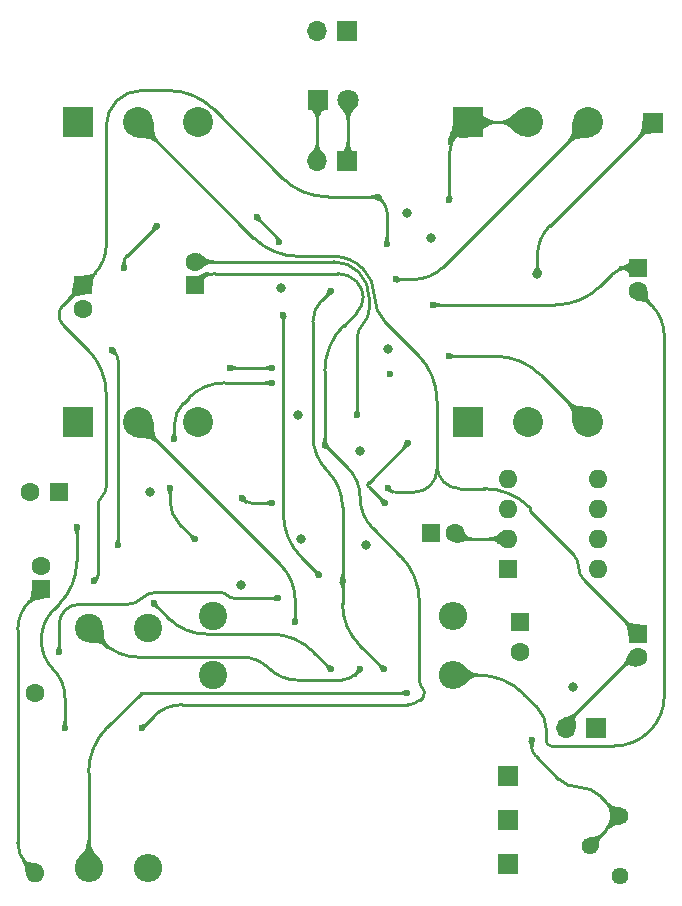
<source format=gbl>
G04 #@! TF.GenerationSoftware,KiCad,Pcbnew,(6.0.4)*
G04 #@! TF.CreationDate,2022-04-21T02:31:35-04:00*
G04 #@! TF.ProjectId,malice-striker-v2-2,6d616c69-6365-42d7-9374-72696b65722d,rev?*
G04 #@! TF.SameCoordinates,Original*
G04 #@! TF.FileFunction,Copper,L4,Bot*
G04 #@! TF.FilePolarity,Positive*
%FSLAX46Y46*%
G04 Gerber Fmt 4.6, Leading zero omitted, Abs format (unit mm)*
G04 Created by KiCad (PCBNEW (6.0.4)) date 2022-04-21 02:31:35*
%MOMM*%
%LPD*%
G01*
G04 APERTURE LIST*
G04 #@! TA.AperFunction,ComponentPad*
%ADD10R,1.800000X1.800000*%
G04 #@! TD*
G04 #@! TA.AperFunction,ComponentPad*
%ADD11C,1.800000*%
G04 #@! TD*
G04 #@! TA.AperFunction,ComponentPad*
%ADD12R,2.540000X2.540000*%
G04 #@! TD*
G04 #@! TA.AperFunction,ComponentPad*
%ADD13C,2.540000*%
G04 #@! TD*
G04 #@! TA.AperFunction,ComponentPad*
%ADD14R,1.600000X1.600000*%
G04 #@! TD*
G04 #@! TA.AperFunction,ComponentPad*
%ADD15C,1.600000*%
G04 #@! TD*
G04 #@! TA.AperFunction,ComponentPad*
%ADD16R,1.700000X1.700000*%
G04 #@! TD*
G04 #@! TA.AperFunction,ComponentPad*
%ADD17O,1.700000X1.700000*%
G04 #@! TD*
G04 #@! TA.AperFunction,ComponentPad*
%ADD18C,2.400000*%
G04 #@! TD*
G04 #@! TA.AperFunction,ComponentPad*
%ADD19O,2.400000X2.400000*%
G04 #@! TD*
G04 #@! TA.AperFunction,ComponentPad*
%ADD20O,1.600000X1.600000*%
G04 #@! TD*
G04 #@! TA.AperFunction,ComponentPad*
%ADD21C,1.440000*%
G04 #@! TD*
G04 #@! TA.AperFunction,ViaPad*
%ADD22C,0.600000*%
G04 #@! TD*
G04 #@! TA.AperFunction,ViaPad*
%ADD23C,0.800000*%
G04 #@! TD*
G04 #@! TA.AperFunction,Conductor*
%ADD24C,0.250000*%
G04 #@! TD*
G04 APERTURE END LIST*
D10*
X44930000Y-41790000D03*
D11*
X47470000Y-41790000D03*
D12*
X24620000Y-69100000D03*
D13*
X29700000Y-69100000D03*
X34780000Y-69100000D03*
D12*
X57620000Y-43700000D03*
D13*
X62700000Y-43700000D03*
X67780000Y-43700000D03*
D12*
X57620000Y-69100000D03*
D13*
X62700000Y-69100000D03*
X67780000Y-69100000D03*
D12*
X24620000Y-43700000D03*
D13*
X29700000Y-43700000D03*
X34780000Y-43700000D03*
D14*
X21500000Y-83250000D03*
D15*
X21500000Y-81250000D03*
D14*
X54500000Y-78500000D03*
D15*
X56500000Y-78500000D03*
D14*
X72000000Y-56000000D03*
D15*
X72000000Y-58000000D03*
D14*
X62000000Y-86000000D03*
D15*
X62000000Y-88500000D03*
D14*
X25000000Y-57500000D03*
D15*
X25000000Y-59500000D03*
D14*
X23000000Y-75000000D03*
D15*
X20500000Y-75000000D03*
D14*
X34500000Y-57500000D03*
D15*
X34500000Y-55500000D03*
D14*
X72000000Y-87000000D03*
D15*
X72000000Y-89000000D03*
D16*
X47400000Y-36000000D03*
D17*
X44860000Y-36000000D03*
D16*
X47400000Y-47000000D03*
D17*
X44860000Y-47000000D03*
D16*
X68500000Y-95000000D03*
D17*
X65960000Y-95000000D03*
D18*
X36000000Y-85500000D03*
D19*
X56320000Y-85500000D03*
D15*
X21000000Y-92000000D03*
D20*
X21000000Y-107240000D03*
D18*
X30500000Y-86500000D03*
D19*
X30500000Y-106820000D03*
D18*
X36000000Y-90500000D03*
D19*
X56320000Y-90500000D03*
D18*
X25500000Y-86500000D03*
D19*
X25500000Y-106820000D03*
D21*
X70500000Y-107500000D03*
X67960000Y-104960000D03*
X70500000Y-102420000D03*
D14*
X61000000Y-81500000D03*
D20*
X61000000Y-78960000D03*
X61000000Y-76420000D03*
X61000000Y-73880000D03*
X68620000Y-73880000D03*
X68620000Y-76420000D03*
X68620000Y-78960000D03*
X68620000Y-81500000D03*
D16*
X73250000Y-43750000D03*
X61000000Y-99000000D03*
X61000000Y-102750000D03*
X61000000Y-106500000D03*
D22*
X43000000Y-86000000D03*
X23500000Y-95000000D03*
X24500000Y-78000000D03*
X41635000Y-53865000D03*
X39750000Y-51750000D03*
X31000000Y-84400000D03*
X46000000Y-90000000D03*
X37500000Y-64500000D03*
X51500000Y-57000000D03*
X41000000Y-64500000D03*
X54648360Y-59151640D03*
X56050000Y-50250000D03*
D23*
X48475000Y-71525000D03*
X66500000Y-91500000D03*
X30700000Y-75000000D03*
X50850840Y-62850840D03*
X52500000Y-51400000D03*
D22*
X28000000Y-79500000D03*
X27500000Y-63000000D03*
X48500000Y-90000000D03*
X46000000Y-58000000D03*
X50500000Y-90000000D03*
X47000000Y-82500000D03*
X41500000Y-84000000D03*
X23000000Y-88500000D03*
X42000000Y-60000000D03*
X45000000Y-82000000D03*
X26000000Y-82500000D03*
X50750000Y-54000000D03*
X50000000Y-50000000D03*
X31250000Y-52500000D03*
X28500000Y-56000000D03*
X34500000Y-79000000D03*
X32400000Y-74659124D03*
X41000000Y-75935000D03*
X38500000Y-75500000D03*
X48250000Y-68500000D03*
X30000000Y-95000000D03*
X45500000Y-71000000D03*
X50835000Y-74665000D03*
X32750000Y-70500000D03*
X41000000Y-65750000D03*
X63000000Y-96000000D03*
X52474999Y-92025001D03*
X56000000Y-63500000D03*
X52529513Y-70874990D03*
X50565000Y-75935000D03*
D23*
X43250000Y-68500000D03*
X41750000Y-57750000D03*
X54500000Y-53500000D03*
D22*
X51000000Y-65000000D03*
D23*
X38399540Y-82899540D03*
X49000000Y-79500000D03*
X43525000Y-78975000D03*
X63500000Y-56500000D03*
D24*
X43000000Y-84200000D02*
X43000000Y-86000000D01*
X41727207Y-81127207D02*
X29700000Y-69100000D01*
X42999995Y-84200000D02*
G75*
G03*
X41727207Y-81127207I-4345595J0D01*
G01*
X21500000Y-87500000D02*
X21500000Y-87585786D01*
X23500000Y-92414213D02*
X23500000Y-95000000D01*
X24500000Y-78000000D02*
X24500000Y-80878679D01*
X22560660Y-84939339D02*
X23000000Y-84500000D01*
X22499996Y-90000004D02*
G75*
G02*
X21500000Y-87585786I2414204J2414204D01*
G01*
X22999997Y-84499997D02*
G75*
G03*
X24500000Y-80878679I-3621327J3621327D01*
G01*
X23499994Y-92414213D02*
G75*
G03*
X22500000Y-90000000I-3414194J13D01*
G01*
X21499994Y-87500000D02*
G75*
G02*
X22560660Y-84939339I3621306J0D01*
G01*
X19500000Y-104679339D02*
X19500000Y-86664213D01*
X20500000Y-84250000D02*
X21500000Y-83250000D01*
X20250000Y-106490000D02*
X21000000Y-107240000D01*
X19500006Y-86664213D02*
G75*
G02*
X20500000Y-84250000I3414194J13D01*
G01*
X20250000Y-106490000D02*
G75*
G02*
X19500000Y-104679339I1810660J1810660D01*
G01*
X39750000Y-51750000D02*
X41553682Y-53553682D01*
X41635000Y-53865000D02*
X41635000Y-53750000D01*
X41635010Y-53750000D02*
G75*
G03*
X41553682Y-53553682I-277610J0D01*
G01*
X51500000Y-57000000D02*
X52990000Y-57000000D01*
X32312500Y-85712500D02*
X31000000Y-84400000D01*
X41000000Y-64500000D02*
X37500000Y-64500000D01*
X40921359Y-87025001D02*
X35481157Y-87025001D01*
X44512500Y-88512500D02*
X46000000Y-90000000D01*
X55533589Y-55946410D02*
X67780000Y-43700000D01*
X52990000Y-56999992D02*
G75*
G03*
X55533588Y-55946409I0J3597192D01*
G01*
X40921359Y-87025018D02*
G75*
G02*
X44512500Y-88512500I41J-5078582D01*
G01*
X35481157Y-87025018D02*
G75*
G02*
X32312500Y-85712500I43J4481218D01*
G01*
X54648360Y-59151640D02*
X65019813Y-59151640D01*
X58730157Y-43700000D02*
X62700000Y-43700000D01*
X68824179Y-57575819D02*
X69834314Y-56565685D01*
X71200000Y-56000000D02*
X72000000Y-56000000D01*
X56050000Y-50250000D02*
X56050000Y-46380157D01*
X56049954Y-46380157D02*
G75*
G02*
X56835001Y-44485001I2680146J-43D01*
G01*
X65019813Y-59151661D02*
G75*
G03*
X68824178Y-57575818I-13J5380161D01*
G01*
X69834308Y-56565679D02*
G75*
G02*
X71200000Y-56000000I1365692J-1365721D01*
G01*
X56835033Y-44485033D02*
G75*
G02*
X58730157Y-43700000I1895167J-1895067D01*
G01*
X71750000Y-89000000D02*
X72000000Y-89000000D01*
X65960000Y-94770000D02*
X65960000Y-95000000D01*
X66122634Y-94377365D02*
X71323223Y-89176776D01*
X71323235Y-89176788D02*
G75*
G02*
X71750000Y-89000000I426765J-426712D01*
G01*
X65960009Y-94770000D02*
G75*
G02*
X66122634Y-94377365I555291J0D01*
G01*
X47435000Y-46965000D02*
X47400000Y-47000000D01*
X47470000Y-46880502D02*
X47470000Y-41790000D01*
X47434999Y-46964999D02*
G75*
G03*
X47470000Y-46880502I-84499J84499D01*
G01*
X44895000Y-41825000D02*
X44930000Y-41790000D01*
X44860000Y-41909497D02*
X44860000Y-47000000D01*
X44859999Y-41909497D02*
G75*
G02*
X44895000Y-41825000I119501J-3D01*
G01*
X28000000Y-63853553D02*
X28000000Y-79500000D01*
X27750000Y-63250000D02*
X27500000Y-63000000D01*
X28000019Y-63853553D02*
G75*
G03*
X27750000Y-63250000I-853619J-47D01*
G01*
X57285269Y-78960000D02*
X61000000Y-78960000D01*
X56730000Y-78730000D02*
X56500000Y-78500000D01*
X57285269Y-78960012D02*
G75*
G02*
X56730001Y-78729999I31J785312D01*
G01*
X64676776Y-96500000D02*
X69982233Y-96500000D01*
X63454504Y-93204504D02*
X62316241Y-92066241D01*
X58535000Y-90500000D02*
X56320000Y-90500000D01*
X73125000Y-59125000D02*
X72000000Y-58000000D01*
X64250000Y-95125000D02*
X64250000Y-96073223D01*
X74250000Y-61840990D02*
X74250000Y-92232233D01*
X64375007Y-96374993D02*
G75*
G02*
X64250000Y-96073223I301793J301793D01*
G01*
X69982233Y-96500013D02*
G75*
G03*
X73000000Y-95250000I-33J4267813D01*
G01*
X74250004Y-61840990D02*
G75*
G03*
X73125000Y-59125000I-3841004J-10D01*
G01*
X58535000Y-90500005D02*
G75*
G02*
X62316241Y-92066241I0J-5347495D01*
G01*
X72999990Y-95249990D02*
G75*
G03*
X74250000Y-92232233I-3017790J3017790D01*
G01*
X64676776Y-96500009D02*
G75*
G02*
X64375000Y-96375000I24J426809D01*
G01*
X64249997Y-95125000D02*
G75*
G03*
X63454504Y-93204504I-2715997J0D01*
G01*
X29725087Y-88974999D02*
X38463819Y-88974999D01*
X48050000Y-90450000D02*
X48500000Y-90000000D01*
X46963603Y-90900000D02*
X43111183Y-90900000D01*
X26737499Y-87737499D02*
X25500000Y-86500000D01*
X29725087Y-88975004D02*
G75*
G02*
X26737499Y-87737499I13J4225104D01*
G01*
X46963603Y-90900001D02*
G75*
G03*
X48050000Y-90450000I-3J1536401D01*
G01*
X43111183Y-90900006D02*
G75*
G02*
X40787501Y-89937499I17J3286206D01*
G01*
X38463819Y-88974991D02*
G75*
G02*
X40787501Y-89937499I-19J-3286209D01*
G01*
X44500000Y-70232233D02*
X44500000Y-60560660D01*
X47000000Y-82500000D02*
X47000000Y-84500000D01*
X50500000Y-90000000D02*
X48414213Y-87914213D01*
X47000000Y-82500000D02*
X47000000Y-76267766D01*
X46000000Y-58000000D02*
X45250000Y-58750000D01*
X47000013Y-76267766D02*
G75*
G03*
X45750000Y-73250000I-4267813J-34D01*
G01*
X48414219Y-87914207D02*
G75*
G02*
X47000000Y-84500000I3414181J3414207D01*
G01*
X44499955Y-60560660D02*
G75*
G02*
X45250001Y-58750001I2560645J-40D01*
G01*
X45750001Y-73249999D02*
G75*
G02*
X44500000Y-70232233I3017769J3017769D01*
G01*
X23000000Y-86207106D02*
X23000000Y-88500000D01*
X41500000Y-84000000D02*
X37853553Y-84000000D01*
X43500000Y-80500000D02*
X45000000Y-82000000D01*
X42000000Y-76878679D02*
X42000000Y-60000000D01*
X31207106Y-83500000D02*
X36646446Y-83500000D01*
X24707106Y-84500000D02*
X28792893Y-84500000D01*
X23499998Y-84999998D02*
G75*
G02*
X24707106Y-84500000I1207102J-1207102D01*
G01*
X37853553Y-84000019D02*
G75*
G02*
X37250000Y-83750000I47J853619D01*
G01*
X36646446Y-83500023D02*
G75*
G02*
X37249999Y-83750001I54J-853477D01*
G01*
X43499994Y-80500006D02*
G75*
G02*
X42000000Y-76878679I3621306J3621306D01*
G01*
X28792893Y-84499997D02*
G75*
G03*
X30000000Y-84000000I7J1707097D01*
G01*
X23000003Y-86207106D02*
G75*
G02*
X23500000Y-85000000I1707097J6D01*
G01*
X29999998Y-83999998D02*
G75*
G02*
X31207106Y-83500000I1207102J-1207102D01*
G01*
X41906207Y-48406207D02*
X36093792Y-42593792D01*
X50375000Y-50375000D02*
X50000000Y-50000000D01*
X26000000Y-56500000D02*
X23999999Y-58499999D01*
X26299999Y-81987869D02*
X26299999Y-76194976D01*
X50750000Y-54000000D02*
X50750000Y-51280330D01*
X25406207Y-62906207D02*
X23353553Y-60853553D01*
X27000000Y-54085786D02*
X27000000Y-43987436D01*
X27000000Y-66753963D02*
X27000000Y-74505024D01*
X26000000Y-82500000D02*
X26149999Y-82350000D01*
X23999999Y-58499999D02*
X23353553Y-59146446D01*
X45753963Y-50000000D02*
X50000000Y-50000000D01*
X29987436Y-41000000D02*
X32246036Y-41000000D01*
X26000004Y-56500004D02*
G75*
G03*
X27000000Y-54085786I-2414204J2414204D01*
G01*
X23353554Y-60853552D02*
G75*
G02*
X23000000Y-60000000I853546J853552D01*
G01*
X32246036Y-40999990D02*
G75*
G02*
X36093791Y-42593793I-36J-5441610D01*
G01*
X26299989Y-76194976D02*
G75*
G02*
X26649999Y-75350000I1195011J-24D01*
G01*
X26150008Y-82350009D02*
G75*
G03*
X26299999Y-81987869I-362108J362109D01*
G01*
X22999998Y-60000000D02*
G75*
G02*
X23353553Y-59146446I1207102J0D01*
G01*
X27000016Y-43987436D02*
G75*
G02*
X27875001Y-41875001I2987384J36D01*
G01*
X45753963Y-50000010D02*
G75*
G02*
X41906208Y-48406206I37J5441610D01*
G01*
X26649992Y-75349993D02*
G75*
G03*
X27000000Y-74505024I-844992J844993D01*
G01*
X27000010Y-66753963D02*
G75*
G03*
X25406206Y-62906208I-5441610J-37D01*
G01*
X27874989Y-41874989D02*
G75*
G02*
X29987436Y-41000000I2112411J-2112411D01*
G01*
X50749987Y-51280330D02*
G75*
G03*
X50375000Y-50375000I-1280287J30D01*
G01*
X28500000Y-55625000D02*
X28500000Y-56000000D01*
X28765165Y-54984834D02*
X31250000Y-52500000D01*
X28499991Y-55625000D02*
G75*
G02*
X28765165Y-54984834I905309J0D01*
G01*
X34500000Y-79000000D02*
X33192269Y-77692269D01*
X38500000Y-75500000D02*
X38717500Y-75717500D01*
X41000000Y-75935000D02*
X39242591Y-75935000D01*
X32400000Y-74659124D02*
X32400000Y-75779562D01*
X33192269Y-77692269D02*
G75*
G02*
X32400000Y-75779562I1912711J1912709D01*
G01*
X39242591Y-75935003D02*
G75*
G02*
X38717500Y-75717500I9J742603D01*
G01*
X48250000Y-61957106D02*
X48250000Y-68500000D01*
X49250000Y-58487436D02*
X49250000Y-59542893D01*
X46262563Y-55500000D02*
X34500000Y-55500000D01*
X48750002Y-60750002D02*
G75*
G03*
X49250000Y-59542893I-1207102J1207102D01*
G01*
X46262563Y-55500016D02*
G75*
G02*
X48374999Y-56375001I37J-2987384D01*
G01*
X48250003Y-61957106D02*
G75*
G02*
X48750000Y-60750000I1707097J6D01*
G01*
X49249984Y-58487436D02*
G75*
G03*
X48374999Y-56375001I-2987384J36D01*
G01*
X53500000Y-91045385D02*
X53500000Y-84253963D01*
X53725004Y-91588594D02*
X53818203Y-91681793D01*
X51906207Y-80406207D02*
X49560660Y-78060660D01*
X36207106Y-56500000D02*
X46616116Y-56500000D01*
X45500000Y-71000000D02*
X47439339Y-72939339D01*
X48219669Y-57219669D02*
X48125000Y-57125000D01*
X53818203Y-92318206D02*
X53543209Y-92593200D01*
X48219669Y-59780329D02*
X47093792Y-60906207D01*
X31000000Y-94000000D02*
X30000000Y-95000000D01*
X35000000Y-57000000D02*
X34500000Y-57500000D01*
X33414213Y-93000000D02*
X52561108Y-93000000D01*
X45500000Y-64753963D02*
X45500000Y-71000000D01*
X49560664Y-78060656D02*
G75*
G02*
X48500000Y-75500000I2560636J2560656D01*
G01*
X30999996Y-93999996D02*
G75*
G02*
X33414213Y-93000000I2414204J-2414204D01*
G01*
X48219678Y-59780338D02*
G75*
G03*
X48750000Y-58500000I-1280378J1280338D01*
G01*
X45499960Y-64753963D02*
G75*
G02*
X47093793Y-60906208I5441540J-37D01*
G01*
X52561108Y-93000005D02*
G75*
G03*
X53543209Y-92593200I-8J1388905D01*
G01*
X48500005Y-75500000D02*
G75*
G03*
X47439338Y-72939340I-3621305J0D01*
G01*
X46616116Y-56499994D02*
G75*
G02*
X48124999Y-57125001I-16J-2133906D01*
G01*
X53725000Y-91588598D02*
G75*
G02*
X53500000Y-91045385I543200J543198D01*
G01*
X53950009Y-92000000D02*
G75*
G03*
X53818202Y-91681794I-450009J0D01*
G01*
X48749988Y-58500000D02*
G75*
G03*
X48219669Y-57219669I-1810688J0D01*
G01*
X34999998Y-56999998D02*
G75*
G02*
X36207106Y-56500000I1207102J-1207102D01*
G01*
X53818203Y-92318206D02*
G75*
G03*
X53950009Y-92000000I-318203J318206D01*
G01*
X53500010Y-84253963D02*
G75*
G03*
X51906206Y-80406208I-5441610J-37D01*
G01*
X51415418Y-75005001D02*
X53085000Y-75005001D01*
X62843795Y-76598793D02*
X62843795Y-76300000D01*
X54994999Y-67248962D02*
X54994999Y-73095002D01*
X46262563Y-55049989D02*
X43303952Y-55049989D01*
X59045520Y-74700000D02*
X56954479Y-74700000D01*
X50835000Y-74665000D02*
X51005000Y-74835000D01*
X48693204Y-56056793D02*
X48767896Y-56131485D01*
X39456196Y-53456196D02*
X29700000Y-43700000D01*
X50632121Y-60632121D02*
X53401206Y-63401206D01*
X63300000Y-77054998D02*
X62843795Y-76598793D01*
X72000000Y-87000000D02*
X67440174Y-82440174D01*
X66559825Y-80314823D02*
X63300000Y-77054998D01*
X66999986Y-81377499D02*
G75*
G03*
X67440174Y-82440174I1502814J-1D01*
G01*
X66559814Y-80314834D02*
G75*
G02*
X67000000Y-81377499I-1062614J-1062666D01*
G01*
X49700012Y-58381803D02*
G75*
G03*
X48767896Y-56131485I-3182412J3D01*
G01*
X54995010Y-67248962D02*
G75*
G03*
X53401205Y-63401207I-5441610J-38D01*
G01*
X58996039Y-74706193D02*
G75*
G02*
X62843795Y-76300000I-39J-5441607D01*
G01*
X46262563Y-55050005D02*
G75*
G02*
X48693204Y-56056793I37J-3437395D01*
G01*
X54995001Y-73095002D02*
G75*
G02*
X53085000Y-75005001I-1910001J2D01*
G01*
X50632131Y-60632111D02*
G75*
G02*
X49700009Y-58381803I2250269J2250311D01*
G01*
X56909999Y-74700000D02*
G75*
G02*
X55000000Y-72790001I1J1910000D01*
G01*
X43303952Y-55050010D02*
G75*
G02*
X39456197Y-53456195I48J5441610D01*
G01*
X51415418Y-75004993D02*
G75*
G02*
X51005000Y-74835000I-18J580393D01*
G01*
X32750000Y-70500000D02*
X32750000Y-69375000D01*
X33999999Y-66999999D02*
X33545495Y-67454504D01*
X41000000Y-65750000D02*
X37017766Y-65750000D01*
X32750003Y-69375000D02*
G75*
G02*
X33545496Y-67454505I2715997J0D01*
G01*
X34000010Y-67000010D02*
G75*
G02*
X37017766Y-65750000I3017790J-3017790D01*
G01*
X69290000Y-101210000D02*
X68815391Y-100735391D01*
X52474999Y-92025001D02*
X30042679Y-92025001D01*
X69290000Y-103630000D02*
X67960000Y-104960000D01*
X25500000Y-98753963D02*
X25500000Y-106820000D01*
X63000000Y-96000000D02*
X63000000Y-96500000D01*
X29987499Y-92012500D02*
X27093792Y-94906207D01*
X65264608Y-99264608D02*
X63353553Y-97353553D01*
X25499960Y-98753963D02*
G75*
G02*
X27093793Y-94906208I5441540J-37D01*
G01*
X29987500Y-92012501D02*
G75*
G02*
X30012500Y-92012500I12500J-12499D01*
G01*
X67040000Y-99999994D02*
G75*
G02*
X65264609Y-99264607I0J2510794D01*
G01*
X69290000Y-103630000D02*
G75*
G03*
X69290000Y-101210000I-1210000J1210000D01*
G01*
X63353554Y-97353552D02*
G75*
G02*
X63000000Y-96500000I853546J853552D01*
G01*
X30042679Y-92025009D02*
G75*
G02*
X30012500Y-92012500I21J42709D01*
G01*
X67040000Y-100000006D02*
G75*
G02*
X68815390Y-100735392I0J-2510794D01*
G01*
X59926036Y-63500000D02*
X56000000Y-63500000D01*
X63773792Y-65093792D02*
X67780000Y-69100000D01*
X59926036Y-63499990D02*
G75*
G02*
X63773791Y-65093793I-36J-5441610D01*
G01*
X52529513Y-70874990D02*
X49209725Y-74194777D01*
X50565000Y-75935000D02*
X49209725Y-74579725D01*
X49130037Y-74387251D02*
G75*
G02*
X49209726Y-74194778I272163J51D01*
G01*
X49209701Y-74579749D02*
G75*
G02*
X49130000Y-74387251I192499J192449D01*
G01*
X63500000Y-56500000D02*
X63500000Y-55000000D01*
X64560660Y-52439339D02*
X73250000Y-43750000D01*
X63499994Y-55000000D02*
G75*
G02*
X64560660Y-52439339I3621306J0D01*
G01*
G04 #@! TA.AperFunction,Conductor*
G36*
X28621870Y-55413427D02*
G01*
X28625293Y-55421399D01*
X28626711Y-55476522D01*
X28631731Y-55532986D01*
X28639883Y-55581446D01*
X28650994Y-55623958D01*
X28664888Y-55662578D01*
X28681391Y-55699360D01*
X28681457Y-55699490D01*
X28681458Y-55699491D01*
X28700309Y-55736324D01*
X28700328Y-55736362D01*
X28721500Y-55775592D01*
X28721525Y-55775638D01*
X28744753Y-55819142D01*
X28744880Y-55819388D01*
X28766270Y-55861833D01*
X28766933Y-55870763D01*
X28764255Y-55875208D01*
X28508433Y-56141231D01*
X28500229Y-56144819D01*
X28491567Y-56141231D01*
X28235745Y-55875208D01*
X28232480Y-55866869D01*
X28233730Y-55861833D01*
X28255119Y-55819388D01*
X28255246Y-55819142D01*
X28278449Y-55775684D01*
X28278474Y-55775638D01*
X28299671Y-55736362D01*
X28299690Y-55736324D01*
X28318541Y-55699491D01*
X28318542Y-55699490D01*
X28318608Y-55699360D01*
X28335111Y-55662578D01*
X28349005Y-55623958D01*
X28360116Y-55581446D01*
X28368268Y-55532986D01*
X28373288Y-55476522D01*
X28374707Y-55421399D01*
X28378345Y-55413217D01*
X28386403Y-55410000D01*
X28613597Y-55410000D01*
X28621870Y-55413427D01*
G37*
G04 #@! TD.AperFunction*
G04 #@! TA.AperFunction,Conductor*
G36*
X58037890Y-44843000D02*
G01*
X58036958Y-44890686D01*
X58033370Y-44898890D01*
X58028066Y-44901815D01*
X57809475Y-44955794D01*
X57782880Y-44962361D01*
X57781189Y-44962649D01*
X57588969Y-44981038D01*
X57523512Y-44987300D01*
X57522465Y-44987353D01*
X57267129Y-44988815D01*
X57266737Y-44988810D01*
X57021246Y-44981768D01*
X56793227Y-44981009D01*
X56590221Y-45001343D01*
X56589608Y-45001545D01*
X56420587Y-45057236D01*
X56420586Y-45057237D01*
X56419562Y-45057574D01*
X56288583Y-45164506D01*
X56204618Y-45336941D01*
X56204503Y-45337926D01*
X56176211Y-45579346D01*
X56171845Y-45587164D01*
X56164591Y-45589684D01*
X55937237Y-45589684D01*
X55928964Y-45586257D01*
X55925549Y-45577459D01*
X55926069Y-45565868D01*
X55936874Y-45325272D01*
X55936984Y-45324111D01*
X55969112Y-45104537D01*
X55969351Y-45103342D01*
X56016668Y-44917680D01*
X56016978Y-44916660D01*
X56074489Y-44754436D01*
X56074732Y-44753809D01*
X56137500Y-44604560D01*
X56137536Y-44604476D01*
X56200335Y-44458372D01*
X56200339Y-44458361D01*
X56200400Y-44458220D01*
X56258199Y-44304848D01*
X56305800Y-44134190D01*
X56338100Y-43935992D01*
X56349568Y-43708564D01*
X56353407Y-43700474D01*
X56358296Y-43697833D01*
X58069012Y-43250988D01*
X58037890Y-44843000D01*
G37*
G04 #@! TD.AperFunction*
G04 #@! TA.AperFunction,Conductor*
G36*
X51638167Y-56733730D02*
G01*
X51680611Y-56755119D01*
X51680857Y-56755246D01*
X51724361Y-56778474D01*
X51763637Y-56799671D01*
X51800639Y-56818608D01*
X51837421Y-56835111D01*
X51837616Y-56835181D01*
X51837623Y-56835184D01*
X51875798Y-56848918D01*
X51875806Y-56848921D01*
X51876041Y-56849005D01*
X51876280Y-56849068D01*
X51876285Y-56849069D01*
X51918299Y-56860050D01*
X51918307Y-56860052D01*
X51918553Y-56860116D01*
X51918812Y-56860160D01*
X51918814Y-56860160D01*
X51966793Y-56868231D01*
X51967013Y-56868268D01*
X51967235Y-56868288D01*
X51967237Y-56868288D01*
X51975925Y-56869060D01*
X52023477Y-56873288D01*
X52023660Y-56873293D01*
X52023665Y-56873293D01*
X52078601Y-56874707D01*
X52086783Y-56878345D01*
X52090000Y-56886403D01*
X52090000Y-57113597D01*
X52086573Y-57121870D01*
X52078601Y-57125293D01*
X52023665Y-57126706D01*
X52023660Y-57126706D01*
X52023477Y-57126711D01*
X51975925Y-57130939D01*
X51967237Y-57131711D01*
X51967235Y-57131711D01*
X51967013Y-57131731D01*
X51966793Y-57131768D01*
X51918814Y-57139839D01*
X51918812Y-57139839D01*
X51918553Y-57139883D01*
X51918307Y-57139947D01*
X51918299Y-57139949D01*
X51876285Y-57150930D01*
X51876280Y-57150931D01*
X51876041Y-57150994D01*
X51875806Y-57151078D01*
X51875798Y-57151081D01*
X51837623Y-57164815D01*
X51837616Y-57164818D01*
X51837421Y-57164888D01*
X51800639Y-57181391D01*
X51763637Y-57200328D01*
X51763615Y-57200340D01*
X51763607Y-57200344D01*
X51724407Y-57221500D01*
X51724361Y-57221525D01*
X51680857Y-57244753D01*
X51680611Y-57244880D01*
X51638167Y-57266270D01*
X51629237Y-57266933D01*
X51624792Y-57264255D01*
X51538624Y-57181391D01*
X51358769Y-57008433D01*
X51355181Y-57000229D01*
X51358769Y-56991567D01*
X51468127Y-56886403D01*
X51604513Y-56755246D01*
X51624792Y-56735745D01*
X51633131Y-56732480D01*
X51638167Y-56733730D01*
G37*
G04 #@! TD.AperFunction*
G04 #@! TA.AperFunction,Conductor*
G36*
X44679465Y-81502273D02*
G01*
X44719445Y-81540247D01*
X44762920Y-81576623D01*
X44802951Y-81605125D01*
X44803185Y-81605262D01*
X44803188Y-81605264D01*
X44840634Y-81627193D01*
X44840642Y-81627197D01*
X44840867Y-81627329D01*
X44878000Y-81644813D01*
X44878202Y-81644890D01*
X44878214Y-81644895D01*
X44905822Y-81655402D01*
X44915678Y-81659153D01*
X44955233Y-81671926D01*
X44955282Y-81671941D01*
X44955302Y-81671947D01*
X44997942Y-81684694D01*
X44997993Y-81684709D01*
X45045183Y-81699048D01*
X45045446Y-81699132D01*
X45090581Y-81714019D01*
X45097364Y-81719865D01*
X45098614Y-81724901D01*
X45105828Y-82093901D01*
X45102563Y-82102240D01*
X45093901Y-82105828D01*
X44724901Y-82098614D01*
X44716697Y-82095026D01*
X44714019Y-82090581D01*
X44699132Y-82045446D01*
X44699048Y-82045183D01*
X44684709Y-81997993D01*
X44684694Y-81997942D01*
X44671947Y-81955302D01*
X44671939Y-81955276D01*
X44671926Y-81955233D01*
X44659153Y-81915678D01*
X44655402Y-81905822D01*
X44644895Y-81878214D01*
X44644890Y-81878202D01*
X44644813Y-81878000D01*
X44627329Y-81840867D01*
X44605125Y-81802951D01*
X44576623Y-81762920D01*
X44544812Y-81724901D01*
X44540371Y-81719593D01*
X44540368Y-81719590D01*
X44540247Y-81719445D01*
X44520874Y-81699048D01*
X44502273Y-81679465D01*
X44499060Y-81671106D01*
X44502483Y-81663134D01*
X44663134Y-81502483D01*
X44671407Y-81499056D01*
X44679465Y-81502273D01*
G37*
G04 #@! TD.AperFunction*
G04 #@! TA.AperFunction,Conductor*
G36*
X27775099Y-62901386D02*
G01*
X27783303Y-62904974D01*
X27785981Y-62909419D01*
X27800867Y-62954553D01*
X27800951Y-62954816D01*
X27815290Y-63002006D01*
X27828073Y-63044766D01*
X27840846Y-63084321D01*
X27840901Y-63084465D01*
X27855104Y-63121785D01*
X27855109Y-63121797D01*
X27855186Y-63121999D01*
X27872670Y-63159132D01*
X27894874Y-63197048D01*
X27923376Y-63237079D01*
X27959752Y-63280554D01*
X27959878Y-63280687D01*
X27959881Y-63280690D01*
X27997727Y-63320535D01*
X28000940Y-63328894D01*
X27997517Y-63336866D01*
X27836866Y-63497517D01*
X27828593Y-63500944D01*
X27820535Y-63497727D01*
X27780690Y-63459881D01*
X27780687Y-63459878D01*
X27780554Y-63459752D01*
X27737079Y-63423376D01*
X27697048Y-63394874D01*
X27696811Y-63394735D01*
X27659365Y-63372806D01*
X27659357Y-63372802D01*
X27659132Y-63372670D01*
X27621999Y-63355186D01*
X27621797Y-63355109D01*
X27621785Y-63355104D01*
X27594177Y-63344597D01*
X27584321Y-63340846D01*
X27544766Y-63328073D01*
X27544717Y-63328058D01*
X27544697Y-63328052D01*
X27502057Y-63315305D01*
X27502006Y-63315290D01*
X27454816Y-63300951D01*
X27454553Y-63300867D01*
X27409419Y-63285981D01*
X27402636Y-63280136D01*
X27401386Y-63275099D01*
X27394172Y-62906099D01*
X27397437Y-62897760D01*
X27406099Y-62894172D01*
X27775099Y-62901386D01*
G37*
G04 #@! TD.AperFunction*
G04 #@! TA.AperFunction,Conductor*
G36*
X19972341Y-106034767D02*
G01*
X20102957Y-106152746D01*
X20102968Y-106152755D01*
X20103234Y-106152995D01*
X20230994Y-106242609D01*
X20350864Y-106303017D01*
X20466337Y-106341077D01*
X20580908Y-106363650D01*
X20698072Y-106377595D01*
X20821164Y-106389758D01*
X20821477Y-106389794D01*
X20953759Y-106406994D01*
X20954542Y-106407122D01*
X20979380Y-106412097D01*
X21099545Y-106436166D01*
X21100564Y-106436418D01*
X21254326Y-106481879D01*
X21261288Y-106487511D01*
X21262707Y-106492870D01*
X21282604Y-107510677D01*
X21279339Y-107519016D01*
X21270677Y-107522604D01*
X20252870Y-107502707D01*
X20244666Y-107499119D01*
X20241879Y-107494326D01*
X20196418Y-107340564D01*
X20196166Y-107339545D01*
X20167123Y-107194545D01*
X20166993Y-107193756D01*
X20149797Y-107061503D01*
X20149756Y-107061144D01*
X20137605Y-106938175D01*
X20137595Y-106938072D01*
X20123650Y-106820908D01*
X20101077Y-106706337D01*
X20063017Y-106590864D01*
X20002609Y-106470994D01*
X19957717Y-106406993D01*
X19913200Y-106343526D01*
X19913198Y-106343524D01*
X19912995Y-106343234D01*
X19912755Y-106342968D01*
X19912746Y-106342957D01*
X19794767Y-106212341D01*
X19791764Y-106203905D01*
X19795176Y-106196226D01*
X19956226Y-106035176D01*
X19964499Y-106031749D01*
X19972341Y-106034767D01*
G37*
G04 #@! TD.AperFunction*
G04 #@! TA.AperFunction,Conductor*
G36*
X50888814Y-74562060D02*
G01*
X51109676Y-74566378D01*
X51117880Y-74569966D01*
X51120719Y-74574942D01*
X51130181Y-74608971D01*
X51130424Y-74610034D01*
X51138130Y-74652887D01*
X51138212Y-74653409D01*
X51143939Y-74696275D01*
X51149617Y-74737639D01*
X51157214Y-74776014D01*
X51168737Y-74810169D01*
X51186189Y-74838875D01*
X51186872Y-74839467D01*
X51186873Y-74839469D01*
X51205676Y-74855785D01*
X51211574Y-74860903D01*
X51246899Y-74875021D01*
X51247701Y-74875105D01*
X51247703Y-74875106D01*
X51261465Y-74876556D01*
X51283693Y-74878898D01*
X51291560Y-74883172D01*
X51294166Y-74890533D01*
X51294166Y-75117462D01*
X51290739Y-75125735D01*
X51281657Y-75129134D01*
X51228384Y-75125442D01*
X51226608Y-75125181D01*
X51173025Y-75113041D01*
X51171292Y-75112504D01*
X51126315Y-75094642D01*
X51124935Y-75093987D01*
X51085766Y-75072143D01*
X51084966Y-75071653D01*
X51049008Y-75047572D01*
X51048850Y-75047465D01*
X51013826Y-75023175D01*
X51013689Y-75023080D01*
X50977213Y-75000640D01*
X50936953Y-74982160D01*
X50890388Y-74969620D01*
X50872269Y-74968109D01*
X50843254Y-74965688D01*
X50835295Y-74961585D01*
X50832907Y-74956985D01*
X50732841Y-74573891D01*
X50734066Y-74565020D01*
X50741204Y-74559614D01*
X50744389Y-74559236D01*
X50888814Y-74562060D01*
G37*
G04 #@! TD.AperFunction*
G04 #@! TA.AperFunction,Conductor*
G36*
X21779016Y-82970661D02*
G01*
X21782604Y-82979323D01*
X21762707Y-83997130D01*
X21759119Y-84005334D01*
X21754326Y-84008121D01*
X21600564Y-84053581D01*
X21599545Y-84053833D01*
X21479380Y-84077902D01*
X21454542Y-84082877D01*
X21453759Y-84083005D01*
X21321477Y-84100205D01*
X21321164Y-84100241D01*
X21198072Y-84112404D01*
X21080908Y-84126349D01*
X20966337Y-84148922D01*
X20850864Y-84186982D01*
X20730994Y-84247390D01*
X20603234Y-84337004D01*
X20526847Y-84406001D01*
X20472341Y-84455233D01*
X20463905Y-84458236D01*
X20456226Y-84454824D01*
X20295176Y-84293774D01*
X20291749Y-84285501D01*
X20294766Y-84277660D01*
X20412995Y-84146765D01*
X20445656Y-84100202D01*
X20502369Y-84019347D01*
X20502609Y-84019005D01*
X20563017Y-83899135D01*
X20601077Y-83783662D01*
X20623650Y-83669091D01*
X20637595Y-83551927D01*
X20649758Y-83428835D01*
X20649797Y-83428496D01*
X20666993Y-83296243D01*
X20667123Y-83295454D01*
X20696166Y-83150454D01*
X20696418Y-83149435D01*
X20741879Y-82995674D01*
X20747511Y-82988712D01*
X20752870Y-82987293D01*
X21770677Y-82967396D01*
X21779016Y-82970661D01*
G37*
G04 #@! TD.AperFunction*
G04 #@! TA.AperFunction,Conductor*
G36*
X41455890Y-53279039D02*
G01*
X41501922Y-53324656D01*
X41548668Y-53370073D01*
X41589494Y-53408940D01*
X41589554Y-53408996D01*
X41626038Y-53443105D01*
X41659938Y-53474418D01*
X41692833Y-53504725D01*
X41692868Y-53504758D01*
X41706889Y-53517784D01*
X41726362Y-53535875D01*
X41762162Y-53569717D01*
X41801873Y-53608098D01*
X41841088Y-53646889D01*
X41844560Y-53655143D01*
X41843313Y-53660463D01*
X41672732Y-53999740D01*
X41665954Y-54005592D01*
X41657023Y-54004937D01*
X41655755Y-54004196D01*
X41350164Y-53798913D01*
X41345207Y-53791455D01*
X41345305Y-53786495D01*
X41353152Y-53753483D01*
X41353173Y-53753396D01*
X41361170Y-53715571D01*
X41366659Y-53680250D01*
X41368876Y-53646774D01*
X41367062Y-53614481D01*
X41360453Y-53582709D01*
X41348288Y-53550798D01*
X41339896Y-53535945D01*
X41329995Y-53518421D01*
X41329993Y-53518418D01*
X41329806Y-53518087D01*
X41329584Y-53517791D01*
X41329580Y-53517784D01*
X41304423Y-53484152D01*
X41304421Y-53484149D01*
X41304244Y-53483913D01*
X41278442Y-53455877D01*
X41275361Y-53447469D01*
X41278778Y-53439681D01*
X41439382Y-53279077D01*
X41447655Y-53275650D01*
X41455890Y-53279039D01*
G37*
G04 #@! TD.AperFunction*
G04 #@! TA.AperFunction,Conductor*
G36*
X41375208Y-83735745D02*
G01*
X41395487Y-83755246D01*
X41531874Y-83886403D01*
X41641231Y-83991567D01*
X41644819Y-83999771D01*
X41641231Y-84008433D01*
X41461376Y-84181391D01*
X41375208Y-84264255D01*
X41366869Y-84267520D01*
X41361833Y-84266270D01*
X41319388Y-84244880D01*
X41319142Y-84244753D01*
X41275638Y-84221525D01*
X41275592Y-84221500D01*
X41236392Y-84200344D01*
X41236384Y-84200340D01*
X41236362Y-84200328D01*
X41199360Y-84181391D01*
X41162578Y-84164888D01*
X41162383Y-84164818D01*
X41162376Y-84164815D01*
X41124201Y-84151081D01*
X41124193Y-84151078D01*
X41123958Y-84150994D01*
X41123719Y-84150931D01*
X41123714Y-84150930D01*
X41081700Y-84139949D01*
X41081692Y-84139947D01*
X41081446Y-84139883D01*
X41081187Y-84139839D01*
X41081185Y-84139839D01*
X41033206Y-84131768D01*
X41032986Y-84131731D01*
X41032764Y-84131711D01*
X41032762Y-84131711D01*
X41024074Y-84130939D01*
X40976522Y-84126711D01*
X40976339Y-84126706D01*
X40976334Y-84126706D01*
X40921399Y-84125293D01*
X40913217Y-84121655D01*
X40910000Y-84113597D01*
X40910000Y-83886403D01*
X40913427Y-83878130D01*
X40921399Y-83874707D01*
X40976334Y-83873293D01*
X40976339Y-83873293D01*
X40976522Y-83873288D01*
X41024074Y-83869060D01*
X41032762Y-83868288D01*
X41032764Y-83868288D01*
X41032986Y-83868268D01*
X41033206Y-83868231D01*
X41081185Y-83860160D01*
X41081187Y-83860160D01*
X41081446Y-83860116D01*
X41081692Y-83860052D01*
X41081700Y-83860050D01*
X41123714Y-83849069D01*
X41123719Y-83849068D01*
X41123958Y-83849005D01*
X41124193Y-83848921D01*
X41124201Y-83848918D01*
X41162376Y-83835184D01*
X41162383Y-83835181D01*
X41162578Y-83835111D01*
X41199360Y-83818608D01*
X41236362Y-83799671D01*
X41275638Y-83778474D01*
X41319142Y-83755246D01*
X41319388Y-83755119D01*
X41361833Y-83733730D01*
X41370763Y-83733067D01*
X41375208Y-83735745D01*
G37*
G04 #@! TD.AperFunction*
G04 #@! TA.AperFunction,Conductor*
G36*
X54786527Y-58885370D02*
G01*
X54828971Y-58906759D01*
X54829217Y-58906886D01*
X54872721Y-58930114D01*
X54911997Y-58951311D01*
X54948999Y-58970248D01*
X54985781Y-58986751D01*
X54985976Y-58986821D01*
X54985983Y-58986824D01*
X55024158Y-59000558D01*
X55024166Y-59000561D01*
X55024401Y-59000645D01*
X55024640Y-59000708D01*
X55024645Y-59000709D01*
X55066659Y-59011690D01*
X55066667Y-59011692D01*
X55066913Y-59011756D01*
X55067172Y-59011800D01*
X55067174Y-59011800D01*
X55115153Y-59019871D01*
X55115373Y-59019908D01*
X55115595Y-59019928D01*
X55115597Y-59019928D01*
X55124285Y-59020700D01*
X55171837Y-59024928D01*
X55172020Y-59024933D01*
X55172025Y-59024933D01*
X55226961Y-59026347D01*
X55235143Y-59029985D01*
X55238360Y-59038043D01*
X55238360Y-59265237D01*
X55234933Y-59273510D01*
X55226961Y-59276933D01*
X55172025Y-59278346D01*
X55172020Y-59278346D01*
X55171837Y-59278351D01*
X55124285Y-59282579D01*
X55115597Y-59283351D01*
X55115595Y-59283351D01*
X55115373Y-59283371D01*
X55115153Y-59283408D01*
X55067174Y-59291479D01*
X55067172Y-59291479D01*
X55066913Y-59291523D01*
X55066667Y-59291587D01*
X55066659Y-59291589D01*
X55024645Y-59302570D01*
X55024640Y-59302571D01*
X55024401Y-59302634D01*
X55024166Y-59302718D01*
X55024158Y-59302721D01*
X54985983Y-59316455D01*
X54985976Y-59316458D01*
X54985781Y-59316528D01*
X54948999Y-59333031D01*
X54911997Y-59351968D01*
X54911975Y-59351980D01*
X54911967Y-59351984D01*
X54872767Y-59373140D01*
X54872721Y-59373165D01*
X54829217Y-59396393D01*
X54828971Y-59396520D01*
X54786527Y-59417910D01*
X54777597Y-59418573D01*
X54773152Y-59415895D01*
X54686984Y-59333031D01*
X54507129Y-59160073D01*
X54503541Y-59151869D01*
X54507129Y-59143207D01*
X54616487Y-59038043D01*
X54752873Y-58906886D01*
X54773152Y-58887385D01*
X54781491Y-58884120D01*
X54786527Y-58885370D01*
G37*
G04 #@! TD.AperFunction*
G04 #@! TA.AperFunction,Conductor*
G36*
X32408433Y-74517893D02*
G01*
X32664255Y-74783916D01*
X32667520Y-74792255D01*
X32666270Y-74797291D01*
X32644880Y-74839735D01*
X32644753Y-74839981D01*
X32621525Y-74883485D01*
X32600328Y-74922761D01*
X32581391Y-74959763D01*
X32564888Y-74996545D01*
X32550994Y-75035165D01*
X32539883Y-75077677D01*
X32531731Y-75126137D01*
X32526711Y-75182601D01*
X32526706Y-75182784D01*
X32526706Y-75182789D01*
X32525293Y-75237725D01*
X32521655Y-75245907D01*
X32513597Y-75249124D01*
X32286403Y-75249124D01*
X32278130Y-75245697D01*
X32274707Y-75237725D01*
X32273293Y-75182789D01*
X32273293Y-75182784D01*
X32273288Y-75182601D01*
X32268268Y-75126137D01*
X32260116Y-75077677D01*
X32249005Y-75035165D01*
X32235111Y-74996545D01*
X32218608Y-74959763D01*
X32199671Y-74922761D01*
X32178474Y-74883485D01*
X32155246Y-74839981D01*
X32155119Y-74839735D01*
X32133730Y-74797291D01*
X32133067Y-74788361D01*
X32135745Y-74783916D01*
X32391567Y-74517893D01*
X32399771Y-74514305D01*
X32408433Y-74517893D01*
G37*
G04 #@! TD.AperFunction*
G04 #@! TA.AperFunction,Conductor*
G36*
X66087656Y-67230006D02*
G01*
X66304490Y-67423853D01*
X66511823Y-67563807D01*
X66512238Y-67563999D01*
X66512244Y-67564003D01*
X66706525Y-67654153D01*
X66706950Y-67654350D01*
X66707403Y-67654477D01*
X66707402Y-67654477D01*
X66895049Y-67707231D01*
X66895052Y-67707232D01*
X66895416Y-67707334D01*
X67025892Y-67726333D01*
X67082537Y-67734582D01*
X67082542Y-67734583D01*
X67082765Y-67734615D01*
X67082994Y-67734631D01*
X67083003Y-67734632D01*
X67274475Y-67748040D01*
X67274539Y-67748044D01*
X67476061Y-67759465D01*
X67476507Y-67759500D01*
X67567043Y-67768372D01*
X67693070Y-67780722D01*
X67694007Y-67780852D01*
X67931269Y-67823663D01*
X67932440Y-67823937D01*
X68188501Y-67897944D01*
X68195497Y-67903533D01*
X68196950Y-67908955D01*
X68228774Y-69536847D01*
X68225509Y-69545186D01*
X68216847Y-69548774D01*
X66588955Y-69516950D01*
X66580751Y-69513362D01*
X66577944Y-69508501D01*
X66503937Y-69252440D01*
X66503663Y-69251269D01*
X66460852Y-69014007D01*
X66460722Y-69013070D01*
X66439501Y-68796523D01*
X66439464Y-68796044D01*
X66428049Y-68594630D01*
X66428044Y-68594539D01*
X66414615Y-68402765D01*
X66387334Y-68215416D01*
X66334350Y-68026950D01*
X66274489Y-67897944D01*
X66244003Y-67832244D01*
X66243999Y-67832238D01*
X66243807Y-67831823D01*
X66103853Y-67624490D01*
X65910006Y-67407656D01*
X65907047Y-67399205D01*
X65910456Y-67391586D01*
X66071586Y-67230456D01*
X66079859Y-67227029D01*
X66087656Y-67230006D01*
G37*
G04 #@! TD.AperFunction*
G04 #@! TA.AperFunction,Conductor*
G36*
X40875208Y-75670745D02*
G01*
X40895487Y-75690246D01*
X41031874Y-75821403D01*
X41141231Y-75926567D01*
X41144819Y-75934771D01*
X41141231Y-75943433D01*
X40961376Y-76116391D01*
X40875208Y-76199255D01*
X40866869Y-76202520D01*
X40861833Y-76201270D01*
X40819388Y-76179880D01*
X40819142Y-76179753D01*
X40775638Y-76156525D01*
X40775592Y-76156500D01*
X40736392Y-76135344D01*
X40736384Y-76135340D01*
X40736362Y-76135328D01*
X40699360Y-76116391D01*
X40662578Y-76099888D01*
X40662383Y-76099818D01*
X40662376Y-76099815D01*
X40624201Y-76086081D01*
X40624193Y-76086078D01*
X40623958Y-76085994D01*
X40623719Y-76085931D01*
X40623714Y-76085930D01*
X40581700Y-76074949D01*
X40581692Y-76074947D01*
X40581446Y-76074883D01*
X40581187Y-76074839D01*
X40581185Y-76074839D01*
X40533206Y-76066768D01*
X40532986Y-76066731D01*
X40532764Y-76066711D01*
X40532762Y-76066711D01*
X40524074Y-76065939D01*
X40476522Y-76061711D01*
X40476339Y-76061706D01*
X40476334Y-76061706D01*
X40421399Y-76060293D01*
X40413217Y-76056655D01*
X40410000Y-76048597D01*
X40410000Y-75821403D01*
X40413427Y-75813130D01*
X40421399Y-75809707D01*
X40476334Y-75808293D01*
X40476339Y-75808293D01*
X40476522Y-75808288D01*
X40524074Y-75804060D01*
X40532762Y-75803288D01*
X40532764Y-75803288D01*
X40532986Y-75803268D01*
X40533206Y-75803231D01*
X40581185Y-75795160D01*
X40581187Y-75795160D01*
X40581446Y-75795116D01*
X40581692Y-75795052D01*
X40581700Y-75795050D01*
X40623714Y-75784069D01*
X40623719Y-75784068D01*
X40623958Y-75784005D01*
X40624193Y-75783921D01*
X40624201Y-75783918D01*
X40662376Y-75770184D01*
X40662383Y-75770181D01*
X40662578Y-75770111D01*
X40699360Y-75753608D01*
X40736362Y-75734671D01*
X40775638Y-75713474D01*
X40819142Y-75690246D01*
X40819388Y-75690119D01*
X40861833Y-75668730D01*
X40870763Y-75668067D01*
X40875208Y-75670745D01*
G37*
G04 #@! TD.AperFunction*
G04 #@! TA.AperFunction,Conductor*
G36*
X52631753Y-70772427D02*
G01*
X52635341Y-70781089D01*
X52628127Y-71150089D01*
X52624539Y-71158293D01*
X52620094Y-71160971D01*
X52574959Y-71175857D01*
X52574696Y-71175941D01*
X52527506Y-71190280D01*
X52527455Y-71190295D01*
X52484815Y-71203042D01*
X52484795Y-71203048D01*
X52484746Y-71203063D01*
X52445191Y-71215836D01*
X52435335Y-71219587D01*
X52407727Y-71230094D01*
X52407715Y-71230099D01*
X52407513Y-71230176D01*
X52370380Y-71247660D01*
X52370155Y-71247792D01*
X52370147Y-71247796D01*
X52332701Y-71269725D01*
X52332464Y-71269864D01*
X52292433Y-71298366D01*
X52248958Y-71334742D01*
X52248825Y-71334868D01*
X52248822Y-71334871D01*
X52208978Y-71372717D01*
X52200619Y-71375930D01*
X52192647Y-71372507D01*
X52031995Y-71211855D01*
X52028568Y-71203582D01*
X52031784Y-71195527D01*
X52069760Y-71155544D01*
X52106136Y-71112069D01*
X52134638Y-71072038D01*
X52156842Y-71034122D01*
X52174326Y-70996989D01*
X52174403Y-70996787D01*
X52174408Y-70996775D01*
X52188611Y-70959455D01*
X52188666Y-70959311D01*
X52201439Y-70919756D01*
X52214222Y-70876996D01*
X52228561Y-70829806D01*
X52228645Y-70829543D01*
X52243532Y-70784409D01*
X52249378Y-70777626D01*
X52254414Y-70776376D01*
X52623414Y-70769162D01*
X52631753Y-70772427D01*
G37*
G04 #@! TD.AperFunction*
G04 #@! TA.AperFunction,Conductor*
G36*
X60657462Y-78245937D02*
G01*
X60906077Y-78485018D01*
X61270016Y-78835000D01*
X61391231Y-78951567D01*
X61394819Y-78959771D01*
X61391231Y-78968433D01*
X61232144Y-79121419D01*
X60657462Y-79674063D01*
X60649123Y-79677328D01*
X60643764Y-79675909D01*
X60502897Y-79599331D01*
X60501998Y-79598789D01*
X60378927Y-79516792D01*
X60378277Y-79516326D01*
X60272617Y-79434981D01*
X60272334Y-79434757D01*
X60176732Y-79356349D01*
X60176693Y-79356317D01*
X60083984Y-79283331D01*
X60083803Y-79283210D01*
X60083794Y-79283203D01*
X60042963Y-79255814D01*
X59987008Y-79218278D01*
X59946242Y-79197723D01*
X59878826Y-79163730D01*
X59878819Y-79163727D01*
X59878444Y-79163538D01*
X59750968Y-79121492D01*
X59597261Y-79094519D01*
X59596909Y-79094501D01*
X59596908Y-79094501D01*
X59577482Y-79093514D01*
X59421105Y-79085564D01*
X59413018Y-79081722D01*
X59410000Y-79073880D01*
X59410000Y-78846120D01*
X59413427Y-78837847D01*
X59421105Y-78834435D01*
X59575559Y-78826583D01*
X59596908Y-78825498D01*
X59596909Y-78825498D01*
X59597261Y-78825480D01*
X59750968Y-78798507D01*
X59878444Y-78756461D01*
X59878819Y-78756272D01*
X59878826Y-78756269D01*
X59946242Y-78722276D01*
X59987008Y-78701721D01*
X60042963Y-78664185D01*
X60083794Y-78636796D01*
X60083803Y-78636789D01*
X60083984Y-78636668D01*
X60176693Y-78563682D01*
X60272336Y-78485240D01*
X60272617Y-78485018D01*
X60378277Y-78403673D01*
X60378927Y-78403207D01*
X60501997Y-78321211D01*
X60502896Y-78320669D01*
X60643764Y-78244091D01*
X60652669Y-78243150D01*
X60657462Y-78245937D01*
G37*
G04 #@! TD.AperFunction*
G04 #@! TA.AperFunction,Conductor*
G36*
X28121870Y-78913427D02*
G01*
X28125293Y-78921399D01*
X28126711Y-78976522D01*
X28131731Y-79032986D01*
X28139883Y-79081446D01*
X28150994Y-79123958D01*
X28164888Y-79162578D01*
X28181391Y-79199360D01*
X28181457Y-79199490D01*
X28181458Y-79199491D01*
X28200309Y-79236324D01*
X28200328Y-79236362D01*
X28221500Y-79275592D01*
X28221525Y-79275638D01*
X28244753Y-79319142D01*
X28244880Y-79319388D01*
X28266270Y-79361833D01*
X28266933Y-79370763D01*
X28264255Y-79375208D01*
X28008433Y-79641231D01*
X28000229Y-79644819D01*
X27991567Y-79641231D01*
X27735745Y-79375208D01*
X27732480Y-79366869D01*
X27733730Y-79361833D01*
X27755119Y-79319388D01*
X27755246Y-79319142D01*
X27778449Y-79275684D01*
X27778474Y-79275638D01*
X27799671Y-79236362D01*
X27799690Y-79236324D01*
X27818541Y-79199491D01*
X27818542Y-79199490D01*
X27818608Y-79199360D01*
X27835111Y-79162578D01*
X27849005Y-79123958D01*
X27860116Y-79081446D01*
X27868268Y-79032986D01*
X27873288Y-78976522D01*
X27874707Y-78921399D01*
X27878345Y-78913217D01*
X27886403Y-78910000D01*
X28113597Y-78910000D01*
X28121870Y-78913427D01*
G37*
G04 #@! TD.AperFunction*
G04 #@! TA.AperFunction,Conductor*
G36*
X26043774Y-56295176D02*
G01*
X26204824Y-56456226D01*
X26208251Y-56464499D01*
X26205233Y-56472341D01*
X26177894Y-56502609D01*
X26087004Y-56603234D01*
X25997390Y-56730994D01*
X25936982Y-56850864D01*
X25898922Y-56966337D01*
X25876349Y-57080908D01*
X25862404Y-57198072D01*
X25859665Y-57225797D01*
X25850243Y-57321144D01*
X25850202Y-57321503D01*
X25833006Y-57453756D01*
X25832876Y-57454545D01*
X25803833Y-57599545D01*
X25803581Y-57600564D01*
X25758121Y-57754326D01*
X25752489Y-57761288D01*
X25747130Y-57762707D01*
X25596588Y-57765650D01*
X24717158Y-57782842D01*
X24737293Y-56752870D01*
X24740881Y-56744666D01*
X24745674Y-56741879D01*
X24899435Y-56696418D01*
X24900454Y-56696166D01*
X25020619Y-56672097D01*
X25045457Y-56667122D01*
X25046240Y-56666994D01*
X25178522Y-56649794D01*
X25178835Y-56649758D01*
X25301927Y-56637595D01*
X25419091Y-56623650D01*
X25533662Y-56601077D01*
X25649135Y-56563017D01*
X25769005Y-56502609D01*
X25896765Y-56412995D01*
X26027660Y-56294766D01*
X26036095Y-56291764D01*
X26043774Y-56295176D01*
G37*
G04 #@! TD.AperFunction*
G04 #@! TA.AperFunction,Conductor*
G36*
X34856237Y-54784091D02*
G01*
X34997116Y-54860676D01*
X34997989Y-54861202D01*
X35097291Y-54927363D01*
X35121072Y-54943207D01*
X35121722Y-54943673D01*
X35227382Y-55025018D01*
X35227663Y-55025240D01*
X35323306Y-55103682D01*
X35416015Y-55176668D01*
X35416196Y-55176789D01*
X35416205Y-55176796D01*
X35457036Y-55204185D01*
X35512991Y-55241721D01*
X35553757Y-55262276D01*
X35621173Y-55296269D01*
X35621180Y-55296272D01*
X35621555Y-55296461D01*
X35749031Y-55338507D01*
X35902738Y-55365480D01*
X35903090Y-55365498D01*
X35903091Y-55365498D01*
X35924330Y-55366578D01*
X36078895Y-55374435D01*
X36086983Y-55378278D01*
X36090000Y-55386120D01*
X36090000Y-55613880D01*
X36086573Y-55622153D01*
X36078895Y-55625564D01*
X35922432Y-55633518D01*
X35903091Y-55634501D01*
X35903090Y-55634501D01*
X35902738Y-55634519D01*
X35749031Y-55661492D01*
X35621555Y-55703538D01*
X35621180Y-55703727D01*
X35621173Y-55703730D01*
X35553757Y-55737723D01*
X35512991Y-55758278D01*
X35457036Y-55795814D01*
X35416205Y-55823203D01*
X35416196Y-55823210D01*
X35416015Y-55823331D01*
X35323306Y-55896317D01*
X35323267Y-55896349D01*
X35227665Y-55974757D01*
X35227382Y-55974981D01*
X35121722Y-56056326D01*
X35121072Y-56056792D01*
X34998001Y-56138789D01*
X34997102Y-56139331D01*
X34856236Y-56215909D01*
X34847331Y-56216850D01*
X34842538Y-56214063D01*
X34267856Y-55661419D01*
X34108769Y-55508433D01*
X34105181Y-55500229D01*
X34108769Y-55491567D01*
X34229985Y-55375000D01*
X34593923Y-55025018D01*
X34842538Y-54785937D01*
X34850877Y-54782672D01*
X34856237Y-54784091D01*
G37*
G04 #@! TD.AperFunction*
G04 #@! TA.AperFunction,Conductor*
G36*
X45679465Y-89502273D02*
G01*
X45719445Y-89540247D01*
X45762920Y-89576623D01*
X45802951Y-89605125D01*
X45803185Y-89605262D01*
X45803188Y-89605264D01*
X45840634Y-89627193D01*
X45840642Y-89627197D01*
X45840867Y-89627329D01*
X45878000Y-89644813D01*
X45878202Y-89644890D01*
X45878214Y-89644895D01*
X45905822Y-89655402D01*
X45915678Y-89659153D01*
X45955233Y-89671926D01*
X45955282Y-89671941D01*
X45955302Y-89671947D01*
X45997942Y-89684694D01*
X45997993Y-89684709D01*
X46045183Y-89699048D01*
X46045446Y-89699132D01*
X46090581Y-89714019D01*
X46097364Y-89719865D01*
X46098614Y-89724901D01*
X46105828Y-90093901D01*
X46102563Y-90102240D01*
X46093901Y-90105828D01*
X45724901Y-90098614D01*
X45716697Y-90095026D01*
X45714019Y-90090581D01*
X45699132Y-90045446D01*
X45699048Y-90045183D01*
X45684709Y-89997993D01*
X45684694Y-89997942D01*
X45671947Y-89955302D01*
X45671939Y-89955276D01*
X45671926Y-89955233D01*
X45659153Y-89915678D01*
X45655402Y-89905822D01*
X45644895Y-89878214D01*
X45644890Y-89878202D01*
X45644813Y-89878000D01*
X45627329Y-89840867D01*
X45605125Y-89802951D01*
X45576623Y-89762920D01*
X45544812Y-89724901D01*
X45540371Y-89719593D01*
X45540368Y-89719590D01*
X45540247Y-89719445D01*
X45520874Y-89699048D01*
X45502273Y-89679465D01*
X45499060Y-89671106D01*
X45502483Y-89663134D01*
X45663134Y-89502483D01*
X45671407Y-89499056D01*
X45679465Y-89502273D01*
G37*
G04 #@! TD.AperFunction*
G04 #@! TA.AperFunction,Conductor*
G36*
X49875208Y-49735745D02*
G01*
X49895487Y-49755246D01*
X50150000Y-50000000D01*
X49898275Y-50242073D01*
X49875208Y-50264255D01*
X49866869Y-50267520D01*
X49861833Y-50266270D01*
X49819388Y-50244880D01*
X49819142Y-50244753D01*
X49775638Y-50221525D01*
X49775592Y-50221500D01*
X49736392Y-50200344D01*
X49736384Y-50200340D01*
X49736362Y-50200328D01*
X49699360Y-50181391D01*
X49662578Y-50164888D01*
X49662383Y-50164818D01*
X49662376Y-50164815D01*
X49624201Y-50151081D01*
X49624193Y-50151078D01*
X49623958Y-50150994D01*
X49623719Y-50150931D01*
X49623714Y-50150930D01*
X49581700Y-50139949D01*
X49581692Y-50139947D01*
X49581446Y-50139883D01*
X49581187Y-50139839D01*
X49581185Y-50139839D01*
X49533206Y-50131768D01*
X49532986Y-50131731D01*
X49532764Y-50131711D01*
X49532762Y-50131711D01*
X49524074Y-50130939D01*
X49476522Y-50126711D01*
X49476339Y-50126706D01*
X49476334Y-50126706D01*
X49421399Y-50125293D01*
X49413217Y-50121655D01*
X49410000Y-50113597D01*
X49410000Y-49886403D01*
X49413427Y-49878130D01*
X49421399Y-49874707D01*
X49476334Y-49873293D01*
X49476339Y-49873293D01*
X49476522Y-49873288D01*
X49524074Y-49869060D01*
X49532762Y-49868288D01*
X49532764Y-49868288D01*
X49532986Y-49868268D01*
X49533206Y-49868231D01*
X49581185Y-49860160D01*
X49581187Y-49860160D01*
X49581446Y-49860116D01*
X49581692Y-49860052D01*
X49581700Y-49860050D01*
X49623714Y-49849069D01*
X49623719Y-49849068D01*
X49623958Y-49849005D01*
X49624193Y-49848921D01*
X49624201Y-49848918D01*
X49662376Y-49835184D01*
X49662383Y-49835181D01*
X49662578Y-49835111D01*
X49699360Y-49818608D01*
X49736362Y-49799671D01*
X49775638Y-49778474D01*
X49819142Y-49755246D01*
X49819388Y-49755119D01*
X49861833Y-49733730D01*
X49870763Y-49733067D01*
X49875208Y-49735745D01*
G37*
G04 #@! TD.AperFunction*
G04 #@! TA.AperFunction,Conductor*
G36*
X52350207Y-91760746D02*
G01*
X52370486Y-91780247D01*
X52506873Y-91911404D01*
X52616230Y-92016568D01*
X52619818Y-92024772D01*
X52616230Y-92033434D01*
X52436375Y-92206392D01*
X52350207Y-92289256D01*
X52341868Y-92292521D01*
X52336832Y-92291271D01*
X52294387Y-92269881D01*
X52294141Y-92269754D01*
X52250637Y-92246526D01*
X52250591Y-92246501D01*
X52211391Y-92225345D01*
X52211383Y-92225341D01*
X52211361Y-92225329D01*
X52174359Y-92206392D01*
X52137577Y-92189889D01*
X52137382Y-92189819D01*
X52137375Y-92189816D01*
X52099200Y-92176082D01*
X52099192Y-92176079D01*
X52098957Y-92175995D01*
X52098718Y-92175932D01*
X52098713Y-92175931D01*
X52056699Y-92164950D01*
X52056691Y-92164948D01*
X52056445Y-92164884D01*
X52056186Y-92164840D01*
X52056184Y-92164840D01*
X52008205Y-92156769D01*
X52007985Y-92156732D01*
X52007763Y-92156712D01*
X52007761Y-92156712D01*
X51999073Y-92155940D01*
X51951521Y-92151712D01*
X51951338Y-92151707D01*
X51951333Y-92151707D01*
X51896398Y-92150294D01*
X51888216Y-92146656D01*
X51884999Y-92138598D01*
X51884999Y-91911404D01*
X51888426Y-91903131D01*
X51896398Y-91899708D01*
X51951333Y-91898294D01*
X51951338Y-91898294D01*
X51951521Y-91898289D01*
X51999073Y-91894061D01*
X52007761Y-91893289D01*
X52007763Y-91893289D01*
X52007985Y-91893269D01*
X52008205Y-91893232D01*
X52056184Y-91885161D01*
X52056186Y-91885161D01*
X52056445Y-91885117D01*
X52056691Y-91885053D01*
X52056699Y-91885051D01*
X52098713Y-91874070D01*
X52098718Y-91874069D01*
X52098957Y-91874006D01*
X52099192Y-91873922D01*
X52099200Y-91873919D01*
X52137375Y-91860185D01*
X52137382Y-91860182D01*
X52137577Y-91860112D01*
X52174359Y-91843609D01*
X52211361Y-91824672D01*
X52250637Y-91803475D01*
X52294141Y-91780247D01*
X52294387Y-91780120D01*
X52336832Y-91758731D01*
X52345762Y-91758068D01*
X52350207Y-91760746D01*
G37*
G04 #@! TD.AperFunction*
G04 #@! TA.AperFunction,Conductor*
G36*
X66812907Y-93526146D02*
G01*
X66973972Y-93687211D01*
X66977399Y-93695484D01*
X66974447Y-93703252D01*
X66866908Y-93824341D01*
X66788313Y-93944751D01*
X66740512Y-94059300D01*
X66718037Y-94171050D01*
X66718025Y-94171564D01*
X66716479Y-94237726D01*
X66715419Y-94283062D01*
X66715455Y-94283413D01*
X66715455Y-94283418D01*
X66724336Y-94370439D01*
X66727190Y-94398399D01*
X66727220Y-94398573D01*
X66747878Y-94520123D01*
X66771987Y-94651129D01*
X66772044Y-94651467D01*
X66794081Y-94794625D01*
X66794168Y-94795335D01*
X66807990Y-94945783D01*
X66805334Y-94954335D01*
X66800979Y-94957594D01*
X65821884Y-95380571D01*
X65806782Y-95387095D01*
X65797828Y-95387230D01*
X65791228Y-95380571D01*
X65400946Y-94370439D01*
X65401161Y-94361486D01*
X65404559Y-94357079D01*
X65497700Y-94282702D01*
X65553132Y-94238437D01*
X65554118Y-94237732D01*
X65696617Y-94146712D01*
X65697645Y-94146127D01*
X65831315Y-94078703D01*
X65832134Y-94078328D01*
X65960601Y-94025502D01*
X65960972Y-94025357D01*
X65993238Y-94013357D01*
X66087586Y-93978267D01*
X66215509Y-93928068D01*
X66347875Y-93865899D01*
X66488020Y-93782826D01*
X66488262Y-93782645D01*
X66488270Y-93782640D01*
X66639043Y-93670092D01*
X66639044Y-93670091D01*
X66639280Y-93669915D01*
X66796736Y-93525788D01*
X66805151Y-93522730D01*
X66812907Y-93526146D01*
G37*
G04 #@! TD.AperFunction*
G04 #@! TA.AperFunction,Conductor*
G36*
X31352240Y-52397437D02*
G01*
X31355828Y-52406099D01*
X31348614Y-52775099D01*
X31345026Y-52783303D01*
X31340581Y-52785981D01*
X31295446Y-52800867D01*
X31295183Y-52800951D01*
X31247993Y-52815290D01*
X31247942Y-52815305D01*
X31205302Y-52828052D01*
X31205282Y-52828058D01*
X31205233Y-52828073D01*
X31165678Y-52840846D01*
X31155822Y-52844597D01*
X31128214Y-52855104D01*
X31128202Y-52855109D01*
X31128000Y-52855186D01*
X31090867Y-52872670D01*
X31090642Y-52872802D01*
X31090634Y-52872806D01*
X31053188Y-52894735D01*
X31052951Y-52894874D01*
X31012920Y-52923376D01*
X30969445Y-52959752D01*
X30969312Y-52959878D01*
X30969309Y-52959881D01*
X30929465Y-52997727D01*
X30921106Y-53000940D01*
X30913134Y-52997517D01*
X30752482Y-52836865D01*
X30749055Y-52828592D01*
X30752271Y-52820537D01*
X30790247Y-52780554D01*
X30826623Y-52737079D01*
X30855125Y-52697048D01*
X30877329Y-52659132D01*
X30894813Y-52621999D01*
X30894890Y-52621797D01*
X30894895Y-52621785D01*
X30909098Y-52584465D01*
X30909153Y-52584321D01*
X30921926Y-52544766D01*
X30934709Y-52502006D01*
X30949048Y-52454816D01*
X30949132Y-52454553D01*
X30964019Y-52409419D01*
X30969865Y-52402636D01*
X30974901Y-52401386D01*
X31343901Y-52394172D01*
X31352240Y-52397437D01*
G37*
G04 #@! TD.AperFunction*
G04 #@! TA.AperFunction,Conductor*
G36*
X40025099Y-51651386D02*
G01*
X40033303Y-51654974D01*
X40035981Y-51659419D01*
X40050867Y-51704553D01*
X40050951Y-51704816D01*
X40065290Y-51752006D01*
X40078073Y-51794766D01*
X40090846Y-51834321D01*
X40090901Y-51834465D01*
X40105104Y-51871785D01*
X40105109Y-51871797D01*
X40105186Y-51871999D01*
X40122670Y-51909132D01*
X40144874Y-51947048D01*
X40173376Y-51987079D01*
X40209752Y-52030554D01*
X40209878Y-52030687D01*
X40209881Y-52030690D01*
X40247727Y-52070535D01*
X40250940Y-52078894D01*
X40247517Y-52086866D01*
X40086866Y-52247517D01*
X40078593Y-52250944D01*
X40070535Y-52247727D01*
X40030690Y-52209881D01*
X40030687Y-52209878D01*
X40030554Y-52209752D01*
X39987079Y-52173376D01*
X39947048Y-52144874D01*
X39946811Y-52144735D01*
X39909365Y-52122806D01*
X39909357Y-52122802D01*
X39909132Y-52122670D01*
X39871999Y-52105186D01*
X39871797Y-52105109D01*
X39871785Y-52105104D01*
X39844177Y-52094597D01*
X39834321Y-52090846D01*
X39794766Y-52078073D01*
X39794717Y-52078058D01*
X39794697Y-52078052D01*
X39752057Y-52065305D01*
X39752006Y-52065290D01*
X39704816Y-52050951D01*
X39704553Y-52050867D01*
X39659419Y-52035981D01*
X39652636Y-52030136D01*
X39651386Y-52025099D01*
X39644172Y-51656099D01*
X39647437Y-51647760D01*
X39656099Y-51644172D01*
X40025099Y-51651386D01*
G37*
G04 #@! TD.AperFunction*
G04 #@! TA.AperFunction,Conductor*
G36*
X44972622Y-41350752D02*
G01*
X45701700Y-42237315D01*
X45704308Y-42245882D01*
X45702479Y-42251114D01*
X45604459Y-42402219D01*
X45603865Y-42403052D01*
X45501519Y-42534147D01*
X45501046Y-42534715D01*
X45401104Y-42647281D01*
X45400919Y-42647485D01*
X45305857Y-42749601D01*
X45218388Y-42849145D01*
X45218238Y-42849349D01*
X45169635Y-42915388D01*
X45141133Y-42954114D01*
X45076630Y-43072597D01*
X45027415Y-43212680D01*
X44996026Y-43382452D01*
X44985591Y-43578889D01*
X44985589Y-43578921D01*
X44981728Y-43587000D01*
X44973905Y-43590000D01*
X44746125Y-43590000D01*
X44737852Y-43586573D01*
X44734440Y-43578889D01*
X44724005Y-43371854D01*
X44724004Y-43371848D01*
X44723987Y-43371504D01*
X44692985Y-43192029D01*
X44654599Y-43072597D01*
X44645177Y-43043281D01*
X44645175Y-43043276D01*
X44645050Y-43042887D01*
X44583236Y-42915388D01*
X44583066Y-42915119D01*
X44583061Y-42915111D01*
X44510695Y-42800991D01*
X44510693Y-42800988D01*
X44510601Y-42800843D01*
X44430197Y-42690563D01*
X44345224Y-42576050D01*
X44344944Y-42575656D01*
X44258561Y-42448410D01*
X44258081Y-42447640D01*
X44173216Y-42298910D01*
X44172706Y-42297907D01*
X44095536Y-42126137D01*
X44095271Y-42117186D01*
X44098429Y-42112603D01*
X44955806Y-41349445D01*
X44964264Y-41346504D01*
X44972622Y-41350752D01*
G37*
G04 #@! TD.AperFunction*
G04 #@! TA.AperFunction,Conductor*
G36*
X26624928Y-86106022D02*
G01*
X26633132Y-86109610D01*
X26635937Y-86114465D01*
X26705693Y-86355283D01*
X26705965Y-86356439D01*
X26746724Y-86579944D01*
X26746855Y-86580866D01*
X26767482Y-86784883D01*
X26767519Y-86785350D01*
X26779051Y-86975154D01*
X26792560Y-87155819D01*
X26819141Y-87332330D01*
X26869903Y-87509925D01*
X26955956Y-87693842D01*
X26991788Y-87746724D01*
X27075166Y-87869774D01*
X27088409Y-87889319D01*
X27088668Y-87889608D01*
X27088670Y-87889611D01*
X27270992Y-88093348D01*
X27273955Y-88101798D01*
X27270546Y-88109423D01*
X27109423Y-88270546D01*
X27101150Y-88273973D01*
X27093348Y-88270992D01*
X26889611Y-88088670D01*
X26889608Y-88088668D01*
X26889319Y-88088409D01*
X26888999Y-88088192D01*
X26888995Y-88088189D01*
X26694221Y-87956213D01*
X26693842Y-87955956D01*
X26509925Y-87869903D01*
X26509479Y-87869776D01*
X26509475Y-87869774D01*
X26332701Y-87819247D01*
X26332700Y-87819247D01*
X26332330Y-87819141D01*
X26155819Y-87792560D01*
X26155599Y-87792544D01*
X26155594Y-87792543D01*
X26037555Y-87783717D01*
X25975154Y-87779051D01*
X25955494Y-87777857D01*
X25785350Y-87767519D01*
X25784883Y-87767482D01*
X25580866Y-87746855D01*
X25579944Y-87746724D01*
X25446155Y-87722326D01*
X25356436Y-87705964D01*
X25355283Y-87705693D01*
X25315679Y-87694221D01*
X25114465Y-87635937D01*
X25107472Y-87630344D01*
X25106022Y-87624928D01*
X25075974Y-86087901D01*
X25079239Y-86079562D01*
X25087901Y-86075974D01*
X26624928Y-86106022D01*
G37*
G04 #@! TD.AperFunction*
G04 #@! TA.AperFunction,Conductor*
G36*
X68890648Y-103868325D02*
G01*
X69051674Y-104029351D01*
X69055101Y-104037624D01*
X69052071Y-104045480D01*
X68993945Y-104109630D01*
X68946708Y-104161762D01*
X68946513Y-104162037D01*
X68946508Y-104162043D01*
X68924368Y-104193243D01*
X68865651Y-104275988D01*
X68810369Y-104383053D01*
X68774849Y-104486102D01*
X68753082Y-104588282D01*
X68739054Y-104692740D01*
X68739043Y-104692835D01*
X68739042Y-104692846D01*
X68726776Y-104802447D01*
X68726736Y-104802768D01*
X68710228Y-104920707D01*
X68710099Y-104921451D01*
X68683405Y-105050752D01*
X68683161Y-105051724D01*
X68642563Y-105188093D01*
X68636918Y-105195045D01*
X68631578Y-105196453D01*
X67717607Y-105214320D01*
X67709268Y-105211055D01*
X67705680Y-105202393D01*
X67723547Y-104288422D01*
X67727135Y-104280218D01*
X67731907Y-104277437D01*
X67769413Y-104266271D01*
X67868284Y-104236836D01*
X67869238Y-104236596D01*
X67998554Y-104209899D01*
X67999286Y-104209772D01*
X68117250Y-104193261D01*
X68117528Y-104193226D01*
X68227259Y-104180945D01*
X68331717Y-104166917D01*
X68433897Y-104145150D01*
X68536946Y-104109630D01*
X68644011Y-104054348D01*
X68698050Y-104016001D01*
X68757956Y-103973491D01*
X68757962Y-103973486D01*
X68758237Y-103973291D01*
X68874521Y-103867927D01*
X68882951Y-103864912D01*
X68890648Y-103868325D01*
G37*
G04 #@! TD.AperFunction*
G04 #@! TA.AperFunction,Conductor*
G36*
X44982162Y-45313427D02*
G01*
X44985573Y-45321096D01*
X44995302Y-45509398D01*
X45024473Y-45672872D01*
X45069914Y-45808273D01*
X45129021Y-45923451D01*
X45199195Y-46026258D01*
X45277832Y-46124544D01*
X45277864Y-46124582D01*
X45362213Y-46226015D01*
X45362451Y-46226311D01*
X45449850Y-46338642D01*
X45450317Y-46339286D01*
X45518492Y-46440926D01*
X45538218Y-46470336D01*
X45538775Y-46471255D01*
X45620898Y-46621966D01*
X45621847Y-46630870D01*
X45619057Y-46635674D01*
X44868433Y-47416231D01*
X44860229Y-47419819D01*
X44851567Y-47416231D01*
X44100943Y-46635674D01*
X44097678Y-46627335D01*
X44099102Y-46621966D01*
X44181224Y-46471255D01*
X44181781Y-46470336D01*
X44201507Y-46440926D01*
X44269682Y-46339286D01*
X44270149Y-46338642D01*
X44357548Y-46226311D01*
X44357786Y-46226015D01*
X44442135Y-46124582D01*
X44442167Y-46124544D01*
X44520804Y-46026258D01*
X44590978Y-45923451D01*
X44650085Y-45808273D01*
X44695526Y-45672872D01*
X44724697Y-45509398D01*
X44734427Y-45321096D01*
X44738276Y-45313011D01*
X44746111Y-45310000D01*
X44973889Y-45310000D01*
X44982162Y-45313427D01*
G37*
G04 #@! TD.AperFunction*
G04 #@! TA.AperFunction,Conductor*
G36*
X25271409Y-57802025D02*
G01*
X25262707Y-58247130D01*
X25259119Y-58255334D01*
X25254326Y-58258121D01*
X25100564Y-58303581D01*
X25099545Y-58303833D01*
X24979380Y-58327902D01*
X24954542Y-58332877D01*
X24953759Y-58333005D01*
X24821477Y-58350205D01*
X24821164Y-58350241D01*
X24698072Y-58362404D01*
X24580908Y-58376349D01*
X24466337Y-58398922D01*
X24350864Y-58436982D01*
X24230994Y-58497390D01*
X24103234Y-58587004D01*
X24026847Y-58656001D01*
X23972341Y-58705233D01*
X23963905Y-58708236D01*
X23956226Y-58704824D01*
X23795176Y-58543774D01*
X23791749Y-58535501D01*
X23794766Y-58527660D01*
X23912995Y-58396765D01*
X23945656Y-58350202D01*
X24002369Y-58269347D01*
X24002609Y-58269005D01*
X24063017Y-58149135D01*
X24101077Y-58033662D01*
X24123650Y-57919091D01*
X24137595Y-57801927D01*
X24149758Y-57678835D01*
X24149797Y-57678496D01*
X24166993Y-57546243D01*
X24167123Y-57545454D01*
X24196166Y-57400454D01*
X24196418Y-57399435D01*
X24241879Y-57245674D01*
X24247511Y-57238712D01*
X24252870Y-57237293D01*
X24403412Y-57234350D01*
X25282842Y-57217158D01*
X25271409Y-57802025D01*
G37*
G04 #@! TD.AperFunction*
G04 #@! TA.AperFunction,Conductor*
G36*
X40875208Y-64235745D02*
G01*
X40895487Y-64255246D01*
X41031874Y-64386403D01*
X41141231Y-64491567D01*
X41144819Y-64499771D01*
X41141231Y-64508433D01*
X40961376Y-64681391D01*
X40875208Y-64764255D01*
X40866869Y-64767520D01*
X40861833Y-64766270D01*
X40819388Y-64744880D01*
X40819142Y-64744753D01*
X40775638Y-64721525D01*
X40775592Y-64721500D01*
X40736392Y-64700344D01*
X40736384Y-64700340D01*
X40736362Y-64700328D01*
X40699360Y-64681391D01*
X40662578Y-64664888D01*
X40662383Y-64664818D01*
X40662376Y-64664815D01*
X40624201Y-64651081D01*
X40624193Y-64651078D01*
X40623958Y-64650994D01*
X40623719Y-64650931D01*
X40623714Y-64650930D01*
X40581700Y-64639949D01*
X40581692Y-64639947D01*
X40581446Y-64639883D01*
X40581187Y-64639839D01*
X40581185Y-64639839D01*
X40533206Y-64631768D01*
X40532986Y-64631731D01*
X40532764Y-64631711D01*
X40532762Y-64631711D01*
X40524074Y-64630939D01*
X40476522Y-64626711D01*
X40476339Y-64626706D01*
X40476334Y-64626706D01*
X40421399Y-64625293D01*
X40413217Y-64621655D01*
X40410000Y-64613597D01*
X40410000Y-64386403D01*
X40413427Y-64378130D01*
X40421399Y-64374707D01*
X40476334Y-64373293D01*
X40476339Y-64373293D01*
X40476522Y-64373288D01*
X40524074Y-64369060D01*
X40532762Y-64368288D01*
X40532764Y-64368288D01*
X40532986Y-64368268D01*
X40533206Y-64368231D01*
X40581185Y-64360160D01*
X40581187Y-64360160D01*
X40581446Y-64360116D01*
X40581692Y-64360052D01*
X40581700Y-64360050D01*
X40623714Y-64349069D01*
X40623719Y-64349068D01*
X40623958Y-64349005D01*
X40624193Y-64348921D01*
X40624201Y-64348918D01*
X40662376Y-64335184D01*
X40662383Y-64335181D01*
X40662578Y-64335111D01*
X40699360Y-64318608D01*
X40736362Y-64299671D01*
X40775638Y-64278474D01*
X40819142Y-64255246D01*
X40819388Y-64255119D01*
X40861833Y-64233730D01*
X40870763Y-64233067D01*
X40875208Y-64235745D01*
G37*
G04 #@! TD.AperFunction*
G04 #@! TA.AperFunction,Conductor*
G36*
X62152633Y-42562975D02*
G01*
X62572630Y-42966866D01*
X63205016Y-43575000D01*
X63326231Y-43691567D01*
X63329819Y-43699771D01*
X63326231Y-43708433D01*
X63187394Y-43841946D01*
X62152633Y-44837025D01*
X62144294Y-44840290D01*
X62138872Y-44838837D01*
X61905481Y-44710106D01*
X61904459Y-44709472D01*
X61706407Y-44571966D01*
X61705673Y-44571412D01*
X61537524Y-44433278D01*
X61537163Y-44432968D01*
X61386608Y-44298563D01*
X61241674Y-44172599D01*
X61241506Y-44172453D01*
X61239767Y-44171156D01*
X61090042Y-44059492D01*
X61090037Y-44059489D01*
X61089741Y-44059268D01*
X60919009Y-43963468D01*
X60918564Y-43963305D01*
X60717445Y-43889675D01*
X60717442Y-43889674D01*
X60717010Y-43889516D01*
X60600669Y-43866944D01*
X60471824Y-43841946D01*
X60471820Y-43841945D01*
X60471441Y-43841872D01*
X60471057Y-43841851D01*
X60471053Y-43841850D01*
X60181046Y-43825618D01*
X60172977Y-43821734D01*
X60170000Y-43813936D01*
X60170000Y-43586064D01*
X60173427Y-43577791D01*
X60181046Y-43574382D01*
X60471053Y-43558149D01*
X60471057Y-43558148D01*
X60471441Y-43558127D01*
X60471820Y-43558054D01*
X60471824Y-43558053D01*
X60600669Y-43533055D01*
X60717010Y-43510483D01*
X60717442Y-43510325D01*
X60717445Y-43510324D01*
X60918564Y-43436694D01*
X60918565Y-43436694D01*
X60919009Y-43436531D01*
X61089741Y-43340731D01*
X61090037Y-43340510D01*
X61090042Y-43340507D01*
X61241329Y-43227678D01*
X61241506Y-43227546D01*
X61386608Y-43101436D01*
X61537167Y-42967027D01*
X61537528Y-42966718D01*
X61705673Y-42828587D01*
X61706407Y-42828033D01*
X61904463Y-42690525D01*
X61905481Y-42689893D01*
X62138872Y-42561163D01*
X62147772Y-42560168D01*
X62152633Y-42562975D01*
G37*
G04 #@! TD.AperFunction*
G04 #@! TA.AperFunction,Conductor*
G36*
X35681899Y-56378642D02*
G01*
X35685786Y-56387351D01*
X35685786Y-56614592D01*
X35682359Y-56622865D01*
X35675448Y-56626212D01*
X35643969Y-56629903D01*
X35530732Y-56643180D01*
X35424445Y-56694698D01*
X35357974Y-56775015D01*
X35322368Y-56879595D01*
X35308677Y-57003902D01*
X35307952Y-57143398D01*
X35307953Y-57143441D01*
X35307953Y-57143448D01*
X35311237Y-57293362D01*
X35311239Y-57293741D01*
X35309599Y-57449291D01*
X35309544Y-57450314D01*
X35294144Y-57606810D01*
X35293857Y-57608477D01*
X35257851Y-57753830D01*
X35252535Y-57761037D01*
X35246723Y-57762715D01*
X34528003Y-57776765D01*
X34232614Y-57782540D01*
X34224275Y-57779275D01*
X34220687Y-57771071D01*
X34221065Y-57767885D01*
X34497858Y-56708202D01*
X34503264Y-56701064D01*
X34508461Y-56699481D01*
X34602057Y-56693737D01*
X34648284Y-56690900D01*
X34677856Y-56685015D01*
X34772009Y-56666277D01*
X34772017Y-56666275D01*
X34772393Y-56666200D01*
X34878917Y-56629800D01*
X34974446Y-56585600D01*
X34974558Y-56585541D01*
X34974572Y-56585534D01*
X35065494Y-56537540D01*
X35065595Y-56537487D01*
X35158541Y-56489575D01*
X35159234Y-56489247D01*
X35260394Y-56445447D01*
X35261563Y-56445014D01*
X35377722Y-56409016D01*
X35379136Y-56408673D01*
X35517139Y-56384222D01*
X35518531Y-56384062D01*
X35673454Y-56375668D01*
X35681899Y-56378642D01*
G37*
G04 #@! TD.AperFunction*
G04 #@! TA.AperFunction,Conductor*
G36*
X56171870Y-49663427D02*
G01*
X56175293Y-49671399D01*
X56176711Y-49726522D01*
X56181731Y-49782986D01*
X56189883Y-49831446D01*
X56200994Y-49873958D01*
X56214888Y-49912578D01*
X56231391Y-49949360D01*
X56231457Y-49949490D01*
X56231458Y-49949491D01*
X56250309Y-49986324D01*
X56250328Y-49986362D01*
X56271500Y-50025592D01*
X56271525Y-50025638D01*
X56294753Y-50069142D01*
X56294880Y-50069388D01*
X56316270Y-50111833D01*
X56316933Y-50120763D01*
X56314255Y-50125208D01*
X56058433Y-50391231D01*
X56050229Y-50394819D01*
X56041567Y-50391231D01*
X55785745Y-50125208D01*
X55782480Y-50116869D01*
X55783730Y-50111833D01*
X55805119Y-50069388D01*
X55805246Y-50069142D01*
X55828449Y-50025684D01*
X55828474Y-50025638D01*
X55849671Y-49986362D01*
X55849690Y-49986324D01*
X55868541Y-49949491D01*
X55868542Y-49949490D01*
X55868608Y-49949360D01*
X55885111Y-49912578D01*
X55899005Y-49873958D01*
X55910116Y-49831446D01*
X55918268Y-49782986D01*
X55923288Y-49726522D01*
X55924707Y-49671399D01*
X55928345Y-49663217D01*
X55936403Y-49660000D01*
X56163597Y-49660000D01*
X56171870Y-49663427D01*
G37*
G04 #@! TD.AperFunction*
G04 #@! TA.AperFunction,Conductor*
G36*
X45739746Y-70900695D02*
G01*
X45775099Y-70901386D01*
X45783303Y-70904974D01*
X45785981Y-70909419D01*
X45800867Y-70954553D01*
X45800951Y-70954816D01*
X45815290Y-71002006D01*
X45828073Y-71044766D01*
X45840846Y-71084321D01*
X45840901Y-71084465D01*
X45855104Y-71121785D01*
X45855109Y-71121797D01*
X45855186Y-71121999D01*
X45872670Y-71159132D01*
X45894874Y-71197048D01*
X45923376Y-71237079D01*
X45959752Y-71280554D01*
X45959878Y-71280687D01*
X45959881Y-71280690D01*
X45997727Y-71320535D01*
X46000940Y-71328894D01*
X45997517Y-71336866D01*
X45836866Y-71497517D01*
X45828593Y-71500944D01*
X45820535Y-71497727D01*
X45780690Y-71459881D01*
X45780687Y-71459878D01*
X45780554Y-71459752D01*
X45737079Y-71423376D01*
X45697048Y-71394874D01*
X45696811Y-71394735D01*
X45659365Y-71372806D01*
X45659357Y-71372802D01*
X45659132Y-71372670D01*
X45621999Y-71355186D01*
X45621797Y-71355109D01*
X45621785Y-71355104D01*
X45594177Y-71344597D01*
X45584321Y-71340846D01*
X45544766Y-71328073D01*
X45544717Y-71328058D01*
X45544697Y-71328052D01*
X45502057Y-71315305D01*
X45502006Y-71315290D01*
X45454816Y-71300951D01*
X45454553Y-71300867D01*
X45409419Y-71285981D01*
X45402636Y-71280136D01*
X45401386Y-71275099D01*
X45398393Y-71121999D01*
X45393934Y-70893934D01*
X45739746Y-70900695D01*
G37*
G04 #@! TD.AperFunction*
G04 #@! TA.AperFunction,Conductor*
G36*
X26420951Y-82027691D02*
G01*
X26424362Y-82036569D01*
X26421534Y-82091172D01*
X26421390Y-82092498D01*
X26412110Y-82147956D01*
X26411808Y-82149277D01*
X26398507Y-82195216D01*
X26398165Y-82196396D01*
X26397783Y-82197504D01*
X26381135Y-82238939D01*
X26380833Y-82239627D01*
X26362499Y-82277942D01*
X26343999Y-82315339D01*
X26326999Y-82353856D01*
X26312999Y-82395882D01*
X26303499Y-82443801D01*
X26303474Y-82444200D01*
X26303474Y-82444201D01*
X26300526Y-82491547D01*
X26296592Y-82499591D01*
X26291806Y-82502140D01*
X25908891Y-82602159D01*
X25900020Y-82600934D01*
X25894614Y-82593796D01*
X25894236Y-82590610D01*
X25901382Y-82225125D01*
X25904970Y-82216921D01*
X25909696Y-82214154D01*
X25940680Y-82204793D01*
X25941312Y-82204621D01*
X25980175Y-82195216D01*
X25980353Y-82195175D01*
X26007306Y-82189097D01*
X26018312Y-82186615D01*
X26031828Y-82183162D01*
X26054085Y-82177475D01*
X26054089Y-82177474D01*
X26054323Y-82177414D01*
X26054901Y-82177215D01*
X26086930Y-82166220D01*
X26086937Y-82166217D01*
X26087336Y-82166080D01*
X26097544Y-82160821D01*
X26115856Y-82151388D01*
X26115859Y-82151386D01*
X26116424Y-82151095D01*
X26119402Y-82148619D01*
X26140043Y-82131454D01*
X26140661Y-82130940D01*
X26145016Y-82124606D01*
X26158660Y-82104765D01*
X26158662Y-82104761D01*
X26159120Y-82104095D01*
X26170874Y-82069043D01*
X26174020Y-82034891D01*
X26178192Y-82026967D01*
X26185671Y-82024264D01*
X26412678Y-82024264D01*
X26420951Y-82027691D01*
G37*
G04 #@! TD.AperFunction*
G04 #@! TA.AperFunction,Conductor*
G36*
X34179465Y-78502273D02*
G01*
X34219445Y-78540247D01*
X34262920Y-78576623D01*
X34302951Y-78605125D01*
X34303185Y-78605262D01*
X34303188Y-78605264D01*
X34340634Y-78627193D01*
X34340642Y-78627197D01*
X34340867Y-78627329D01*
X34378000Y-78644813D01*
X34378202Y-78644890D01*
X34378214Y-78644895D01*
X34405822Y-78655402D01*
X34415678Y-78659153D01*
X34455233Y-78671926D01*
X34455282Y-78671941D01*
X34455302Y-78671947D01*
X34497942Y-78684694D01*
X34497993Y-78684709D01*
X34545183Y-78699048D01*
X34545446Y-78699132D01*
X34590581Y-78714019D01*
X34597364Y-78719865D01*
X34598614Y-78724901D01*
X34605828Y-79093901D01*
X34602563Y-79102240D01*
X34593901Y-79105828D01*
X34224901Y-79098614D01*
X34216697Y-79095026D01*
X34214019Y-79090581D01*
X34199132Y-79045446D01*
X34199048Y-79045183D01*
X34184709Y-78997993D01*
X34184694Y-78997942D01*
X34171947Y-78955302D01*
X34171939Y-78955276D01*
X34171926Y-78955233D01*
X34159153Y-78915678D01*
X34155402Y-78905822D01*
X34144895Y-78878214D01*
X34144890Y-78878202D01*
X34144813Y-78878000D01*
X34127329Y-78840867D01*
X34105125Y-78802951D01*
X34076623Y-78762920D01*
X34044812Y-78724901D01*
X34040371Y-78719593D01*
X34040368Y-78719590D01*
X34040247Y-78719445D01*
X34020874Y-78699048D01*
X34002273Y-78679465D01*
X33999060Y-78671106D01*
X34002483Y-78663134D01*
X34163134Y-78502483D01*
X34171407Y-78499056D01*
X34179465Y-78502273D01*
G37*
G04 #@! TD.AperFunction*
G04 #@! TA.AperFunction,Conductor*
G36*
X70753360Y-102171787D02*
G01*
X70754338Y-102176702D01*
X70744609Y-102674364D01*
X70737366Y-103044874D01*
X70736453Y-103091578D01*
X70732865Y-103099782D01*
X70728093Y-103102563D01*
X70723229Y-103104011D01*
X70591715Y-103143163D01*
X70590761Y-103143403D01*
X70461445Y-103170100D01*
X70460713Y-103170227D01*
X70342749Y-103186738D01*
X70342471Y-103186773D01*
X70232740Y-103199054D01*
X70128282Y-103213082D01*
X70026102Y-103234849D01*
X69923053Y-103270369D01*
X69815988Y-103325651D01*
X69791860Y-103342773D01*
X69702043Y-103406508D01*
X69702037Y-103406513D01*
X69701762Y-103406708D01*
X69701504Y-103406942D01*
X69585480Y-103512071D01*
X69577048Y-103515087D01*
X69569351Y-103511674D01*
X69408325Y-103350648D01*
X69404898Y-103342375D01*
X69407927Y-103334521D01*
X69513291Y-103218237D01*
X69513486Y-103217962D01*
X69513491Y-103217956D01*
X69566566Y-103143161D01*
X69594348Y-103104011D01*
X69649630Y-102996946D01*
X69685150Y-102893897D01*
X69706917Y-102791717D01*
X69720945Y-102687259D01*
X69733226Y-102577528D01*
X69733263Y-102577231D01*
X69749771Y-102459292D01*
X69749900Y-102458548D01*
X69757617Y-102421171D01*
X69757859Y-102419999D01*
X69757859Y-102419998D01*
X69776697Y-102328750D01*
X69819876Y-102183714D01*
X70746919Y-102165591D01*
X70753360Y-102171787D01*
G37*
G04 #@! TD.AperFunction*
G04 #@! TA.AperFunction,Conductor*
G36*
X42008433Y-59858769D02*
G01*
X42264255Y-60124792D01*
X42267520Y-60133131D01*
X42266270Y-60138167D01*
X42244880Y-60180611D01*
X42244753Y-60180857D01*
X42221525Y-60224361D01*
X42200328Y-60263637D01*
X42181391Y-60300639D01*
X42164888Y-60337421D01*
X42150994Y-60376041D01*
X42139883Y-60418553D01*
X42131731Y-60467013D01*
X42126711Y-60523477D01*
X42126706Y-60523660D01*
X42126706Y-60523665D01*
X42125293Y-60578601D01*
X42121655Y-60586783D01*
X42113597Y-60590000D01*
X41886403Y-60590000D01*
X41878130Y-60586573D01*
X41874707Y-60578601D01*
X41873293Y-60523665D01*
X41873293Y-60523660D01*
X41873288Y-60523477D01*
X41868268Y-60467013D01*
X41860116Y-60418553D01*
X41849005Y-60376041D01*
X41835111Y-60337421D01*
X41818608Y-60300639D01*
X41799671Y-60263637D01*
X41778474Y-60224361D01*
X41755246Y-60180857D01*
X41755119Y-60180611D01*
X41733730Y-60138167D01*
X41733067Y-60129237D01*
X41735745Y-60124792D01*
X41991567Y-59858769D01*
X41999771Y-59855181D01*
X42008433Y-59858769D01*
G37*
G04 #@! TD.AperFunction*
G04 #@! TA.AperFunction,Conductor*
G36*
X69585479Y-101327927D02*
G01*
X69701762Y-101433291D01*
X69702037Y-101433486D01*
X69702043Y-101433491D01*
X69761949Y-101476001D01*
X69815988Y-101514348D01*
X69923053Y-101569630D01*
X70026102Y-101605150D01*
X70128282Y-101626917D01*
X70232740Y-101640945D01*
X70342471Y-101653226D01*
X70342749Y-101653261D01*
X70460713Y-101669772D01*
X70461445Y-101669899D01*
X70590761Y-101696596D01*
X70591715Y-101696836D01*
X70693531Y-101727147D01*
X70728093Y-101737437D01*
X70735045Y-101743082D01*
X70736453Y-101748422D01*
X70751512Y-102518740D01*
X70754338Y-102663297D01*
X70751073Y-102671636D01*
X70746924Y-102674409D01*
X69819876Y-102656286D01*
X69776697Y-102511249D01*
X69757859Y-102420000D01*
X69757859Y-102419999D01*
X69749899Y-102381444D01*
X69749771Y-102380707D01*
X69733263Y-102262768D01*
X69733223Y-102262447D01*
X69720957Y-102152846D01*
X69720956Y-102152835D01*
X69720945Y-102152740D01*
X69706917Y-102048282D01*
X69685150Y-101946102D01*
X69649630Y-101843053D01*
X69594348Y-101735988D01*
X69535631Y-101653243D01*
X69513491Y-101622043D01*
X69513486Y-101622037D01*
X69513291Y-101621762D01*
X69407927Y-101505479D01*
X69404912Y-101497049D01*
X69408325Y-101489352D01*
X69569352Y-101328325D01*
X69577625Y-101324898D01*
X69585479Y-101327927D01*
G37*
G04 #@! TD.AperFunction*
G04 #@! TA.AperFunction,Conductor*
G36*
X43121870Y-85413427D02*
G01*
X43125293Y-85421399D01*
X43126711Y-85476522D01*
X43131731Y-85532986D01*
X43139883Y-85581446D01*
X43150994Y-85623958D01*
X43164888Y-85662578D01*
X43181391Y-85699360D01*
X43181457Y-85699490D01*
X43181458Y-85699491D01*
X43200309Y-85736324D01*
X43200328Y-85736362D01*
X43221500Y-85775592D01*
X43221525Y-85775638D01*
X43244753Y-85819142D01*
X43244880Y-85819388D01*
X43266270Y-85861833D01*
X43266933Y-85870763D01*
X43264255Y-85875208D01*
X43008433Y-86141231D01*
X43000229Y-86144819D01*
X42991567Y-86141231D01*
X42735745Y-85875208D01*
X42732480Y-85866869D01*
X42733730Y-85861833D01*
X42755119Y-85819388D01*
X42755246Y-85819142D01*
X42778449Y-85775684D01*
X42778474Y-85775638D01*
X42799671Y-85736362D01*
X42799690Y-85736324D01*
X42818541Y-85699491D01*
X42818542Y-85699490D01*
X42818608Y-85699360D01*
X42835111Y-85662578D01*
X42849005Y-85623958D01*
X42860116Y-85581446D01*
X42868268Y-85532986D01*
X42873288Y-85476522D01*
X42874707Y-85421399D01*
X42878345Y-85413217D01*
X42886403Y-85410000D01*
X43113597Y-85410000D01*
X43121870Y-85413427D01*
G37*
G04 #@! TD.AperFunction*
G04 #@! TA.AperFunction,Conductor*
G36*
X47145779Y-82501592D02*
G01*
X47264255Y-82624792D01*
X47267520Y-82633131D01*
X47266270Y-82638167D01*
X47244880Y-82680611D01*
X47244753Y-82680857D01*
X47221525Y-82724361D01*
X47200328Y-82763637D01*
X47181391Y-82800639D01*
X47164888Y-82837421D01*
X47150994Y-82876041D01*
X47139883Y-82918553D01*
X47131731Y-82967013D01*
X47126711Y-83023477D01*
X47126706Y-83023660D01*
X47126706Y-83023665D01*
X47125293Y-83078601D01*
X47121655Y-83086783D01*
X47113597Y-83090000D01*
X46886403Y-83090000D01*
X46878130Y-83086573D01*
X46874707Y-83078601D01*
X46873293Y-83023665D01*
X46873293Y-83023660D01*
X46873288Y-83023477D01*
X46868268Y-82967013D01*
X46860116Y-82918553D01*
X46849005Y-82876041D01*
X46835111Y-82837421D01*
X46818608Y-82800639D01*
X46799671Y-82763637D01*
X46778474Y-82724361D01*
X46755246Y-82680857D01*
X46755119Y-82680611D01*
X46733730Y-82638167D01*
X46733067Y-82629237D01*
X46735745Y-82624792D01*
X46854138Y-82501678D01*
X47000000Y-82350000D01*
X47145779Y-82501592D01*
G37*
G04 #@! TD.AperFunction*
G04 #@! TA.AperFunction,Conductor*
G36*
X50275099Y-49901386D02*
G01*
X50283303Y-49904974D01*
X50285981Y-49909419D01*
X50300867Y-49954553D01*
X50300951Y-49954816D01*
X50315290Y-50002006D01*
X50328073Y-50044766D01*
X50340846Y-50084321D01*
X50340901Y-50084465D01*
X50355104Y-50121785D01*
X50355109Y-50121797D01*
X50355186Y-50121999D01*
X50372670Y-50159132D01*
X50394874Y-50197048D01*
X50423376Y-50237079D01*
X50459752Y-50280554D01*
X50459878Y-50280687D01*
X50459881Y-50280690D01*
X50497727Y-50320535D01*
X50500940Y-50328894D01*
X50497517Y-50336866D01*
X50336866Y-50497517D01*
X50328593Y-50500944D01*
X50320535Y-50497727D01*
X50280690Y-50459881D01*
X50280687Y-50459878D01*
X50280554Y-50459752D01*
X50237079Y-50423376D01*
X50197048Y-50394874D01*
X50196811Y-50394735D01*
X50159365Y-50372806D01*
X50159357Y-50372802D01*
X50159132Y-50372670D01*
X50121999Y-50355186D01*
X50121797Y-50355109D01*
X50121785Y-50355104D01*
X50094177Y-50344597D01*
X50084321Y-50340846D01*
X50044766Y-50328073D01*
X50044717Y-50328058D01*
X50044697Y-50328052D01*
X50002057Y-50315305D01*
X50002006Y-50315290D01*
X49954816Y-50300951D01*
X49954553Y-50300867D01*
X49909419Y-50285981D01*
X49902636Y-50280136D01*
X49901386Y-50275099D01*
X49900801Y-50245180D01*
X49893934Y-49893934D01*
X50275099Y-49901386D01*
G37*
G04 #@! TD.AperFunction*
G04 #@! TA.AperFunction,Conductor*
G36*
X30336865Y-94502482D02*
G01*
X30497517Y-94663134D01*
X30500944Y-94671407D01*
X30497727Y-94679464D01*
X30459752Y-94719445D01*
X30423376Y-94762920D01*
X30394874Y-94802951D01*
X30372670Y-94840867D01*
X30355186Y-94878000D01*
X30355109Y-94878202D01*
X30355104Y-94878214D01*
X30344597Y-94905822D01*
X30340846Y-94915678D01*
X30328073Y-94955233D01*
X30328060Y-94955276D01*
X30328052Y-94955302D01*
X30315305Y-94997942D01*
X30315290Y-94997993D01*
X30300951Y-95045183D01*
X30300867Y-95045446D01*
X30285981Y-95090581D01*
X30280136Y-95097364D01*
X30275099Y-95098614D01*
X29906099Y-95105828D01*
X29897760Y-95102563D01*
X29894172Y-95093901D01*
X29901386Y-94724901D01*
X29904974Y-94716697D01*
X29909419Y-94714019D01*
X29954553Y-94699132D01*
X29954816Y-94699048D01*
X30002006Y-94684709D01*
X30002057Y-94684694D01*
X30044697Y-94671947D01*
X30044717Y-94671941D01*
X30044766Y-94671926D01*
X30084321Y-94659153D01*
X30094177Y-94655402D01*
X30121785Y-94644895D01*
X30121797Y-94644890D01*
X30121999Y-94644813D01*
X30159132Y-94627329D01*
X30159357Y-94627197D01*
X30159365Y-94627193D01*
X30196811Y-94605264D01*
X30196814Y-94605262D01*
X30197048Y-94605125D01*
X30237079Y-94576623D01*
X30280554Y-94540247D01*
X30320537Y-94502271D01*
X30328893Y-94499059D01*
X30336865Y-94502482D01*
G37*
G04 #@! TD.AperFunction*
G04 #@! TA.AperFunction,Conductor*
G36*
X23621870Y-94413427D02*
G01*
X23625293Y-94421399D01*
X23626711Y-94476522D01*
X23631731Y-94532986D01*
X23639883Y-94581446D01*
X23650994Y-94623958D01*
X23664888Y-94662578D01*
X23681391Y-94699360D01*
X23681457Y-94699490D01*
X23681458Y-94699491D01*
X23700309Y-94736324D01*
X23700328Y-94736362D01*
X23721500Y-94775592D01*
X23721525Y-94775638D01*
X23744753Y-94819142D01*
X23744880Y-94819388D01*
X23766270Y-94861833D01*
X23766933Y-94870763D01*
X23764255Y-94875208D01*
X23508433Y-95141231D01*
X23500229Y-95144819D01*
X23491567Y-95141231D01*
X23235745Y-94875208D01*
X23232480Y-94866869D01*
X23233730Y-94861833D01*
X23255119Y-94819388D01*
X23255246Y-94819142D01*
X23278449Y-94775684D01*
X23278474Y-94775638D01*
X23299671Y-94736362D01*
X23299690Y-94736324D01*
X23318541Y-94699491D01*
X23318542Y-94699490D01*
X23318608Y-94699360D01*
X23335111Y-94662578D01*
X23349005Y-94623958D01*
X23360116Y-94581446D01*
X23368268Y-94532986D01*
X23373288Y-94476522D01*
X23374707Y-94421399D01*
X23378345Y-94413217D01*
X23386403Y-94410000D01*
X23613597Y-94410000D01*
X23621870Y-94413427D01*
G37*
G04 #@! TD.AperFunction*
G04 #@! TA.AperFunction,Conductor*
G36*
X30891045Y-68683050D02*
G01*
X30899249Y-68686638D01*
X30902056Y-68691499D01*
X30976062Y-68947559D01*
X30976336Y-68948730D01*
X31019147Y-69185992D01*
X31019277Y-69186929D01*
X31040498Y-69403476D01*
X31040534Y-69403938D01*
X31051955Y-69605460D01*
X31065384Y-69797234D01*
X31092665Y-69984583D01*
X31145649Y-70173049D01*
X31145845Y-70173472D01*
X31145846Y-70173474D01*
X31235996Y-70367755D01*
X31236000Y-70367761D01*
X31236192Y-70368176D01*
X31376146Y-70575509D01*
X31569994Y-70792344D01*
X31572953Y-70800795D01*
X31569544Y-70808414D01*
X31408414Y-70969544D01*
X31400141Y-70972971D01*
X31392344Y-70969994D01*
X31175509Y-70776146D01*
X30968176Y-70636192D01*
X30967761Y-70636000D01*
X30967755Y-70635996D01*
X30773474Y-70545846D01*
X30773472Y-70545845D01*
X30773049Y-70545649D01*
X30718025Y-70530180D01*
X30584950Y-70492768D01*
X30584947Y-70492767D01*
X30584583Y-70492665D01*
X30454107Y-70473666D01*
X30397462Y-70465417D01*
X30397457Y-70465416D01*
X30397234Y-70465384D01*
X30397005Y-70465368D01*
X30396996Y-70465367D01*
X30205524Y-70451959D01*
X30205460Y-70451955D01*
X30003938Y-70440534D01*
X30003492Y-70440499D01*
X29912956Y-70431627D01*
X29786929Y-70419277D01*
X29785992Y-70419147D01*
X29548730Y-70376336D01*
X29547559Y-70376062D01*
X29291499Y-70302056D01*
X29284503Y-70296467D01*
X29283050Y-70291045D01*
X29251226Y-68663153D01*
X29254491Y-68654814D01*
X29263153Y-68651226D01*
X30891045Y-68683050D01*
G37*
G04 #@! TD.AperFunction*
G04 #@! TA.AperFunction,Conductor*
G36*
X68225186Y-43254491D02*
G01*
X68228774Y-43263153D01*
X68196950Y-44891045D01*
X68193362Y-44899249D01*
X68188501Y-44902056D01*
X67932440Y-44976062D01*
X67931269Y-44976336D01*
X67694007Y-45019147D01*
X67693070Y-45019277D01*
X67567043Y-45031627D01*
X67476507Y-45040499D01*
X67476061Y-45040534D01*
X67274539Y-45051955D01*
X67274475Y-45051959D01*
X67083003Y-45065367D01*
X67082994Y-45065368D01*
X67082765Y-45065384D01*
X67082542Y-45065416D01*
X67082537Y-45065417D01*
X67025892Y-45073666D01*
X66895416Y-45092665D01*
X66895052Y-45092767D01*
X66895049Y-45092768D01*
X66761974Y-45130180D01*
X66706950Y-45145649D01*
X66706527Y-45145845D01*
X66706525Y-45145846D01*
X66512244Y-45235996D01*
X66512238Y-45236000D01*
X66511823Y-45236192D01*
X66304490Y-45376146D01*
X66087656Y-45569994D01*
X66079205Y-45572953D01*
X66071586Y-45569544D01*
X65910456Y-45408414D01*
X65907029Y-45400141D01*
X65910006Y-45392344D01*
X66103853Y-45175509D01*
X66243807Y-44968176D01*
X66243999Y-44967761D01*
X66244003Y-44967755D01*
X66334153Y-44773474D01*
X66334154Y-44773472D01*
X66334350Y-44773049D01*
X66387334Y-44584583D01*
X66414615Y-44397234D01*
X66428044Y-44205460D01*
X66439465Y-44003938D01*
X66439501Y-44003476D01*
X66460722Y-43786929D01*
X66460852Y-43785992D01*
X66503663Y-43548731D01*
X66503937Y-43547560D01*
X66577944Y-43291499D01*
X66583533Y-43284503D01*
X66588955Y-43283050D01*
X68216847Y-43251226D01*
X68225186Y-43254491D01*
G37*
G04 #@! TD.AperFunction*
G04 #@! TA.AperFunction,Conductor*
G36*
X71657462Y-55285937D02*
G01*
X71906077Y-55525018D01*
X72270016Y-55875000D01*
X72391231Y-55991567D01*
X72394819Y-55999771D01*
X72391231Y-56008433D01*
X72232144Y-56161419D01*
X71657462Y-56714063D01*
X71649123Y-56717328D01*
X71643764Y-56715909D01*
X71502897Y-56639331D01*
X71501998Y-56638789D01*
X71378927Y-56556792D01*
X71378277Y-56556326D01*
X71272617Y-56474981D01*
X71272334Y-56474757D01*
X71176732Y-56396349D01*
X71176693Y-56396317D01*
X71083984Y-56323331D01*
X71083803Y-56323210D01*
X71083794Y-56323203D01*
X71042963Y-56295814D01*
X70987008Y-56258278D01*
X70946242Y-56237723D01*
X70878826Y-56203730D01*
X70878819Y-56203727D01*
X70878444Y-56203538D01*
X70750968Y-56161492D01*
X70597261Y-56134519D01*
X70596909Y-56134501D01*
X70596908Y-56134501D01*
X70577482Y-56133514D01*
X70421105Y-56125564D01*
X70413018Y-56121722D01*
X70410000Y-56113880D01*
X70410000Y-55886120D01*
X70413427Y-55877847D01*
X70421105Y-55874435D01*
X70575559Y-55866583D01*
X70596908Y-55865498D01*
X70596909Y-55865498D01*
X70597261Y-55865480D01*
X70750968Y-55838507D01*
X70878444Y-55796461D01*
X70878819Y-55796272D01*
X70878826Y-55796269D01*
X70946242Y-55762276D01*
X70987008Y-55741721D01*
X71042963Y-55704185D01*
X71083794Y-55676796D01*
X71083803Y-55676789D01*
X71083984Y-55676668D01*
X71176693Y-55603682D01*
X71272336Y-55525240D01*
X71272617Y-55525018D01*
X71378277Y-55443673D01*
X71378927Y-55443207D01*
X71501997Y-55361211D01*
X71502896Y-55360669D01*
X71643764Y-55284091D01*
X71652669Y-55283150D01*
X71657462Y-55285937D01*
G37*
G04 #@! TD.AperFunction*
G04 #@! TA.AperFunction,Conductor*
G36*
X24508433Y-77858769D02*
G01*
X24764255Y-78124792D01*
X24767520Y-78133131D01*
X24766270Y-78138167D01*
X24744880Y-78180611D01*
X24744753Y-78180857D01*
X24721525Y-78224361D01*
X24700328Y-78263637D01*
X24681391Y-78300639D01*
X24664888Y-78337421D01*
X24650994Y-78376041D01*
X24639883Y-78418553D01*
X24631731Y-78467013D01*
X24626711Y-78523477D01*
X24626706Y-78523660D01*
X24626706Y-78523665D01*
X24625293Y-78578601D01*
X24621655Y-78586783D01*
X24613597Y-78590000D01*
X24386403Y-78590000D01*
X24378130Y-78586573D01*
X24374707Y-78578601D01*
X24373293Y-78523665D01*
X24373293Y-78523660D01*
X24373288Y-78523477D01*
X24368268Y-78467013D01*
X24360116Y-78418553D01*
X24349005Y-78376041D01*
X24335111Y-78337421D01*
X24318608Y-78300639D01*
X24299671Y-78263637D01*
X24278474Y-78224361D01*
X24255246Y-78180857D01*
X24255119Y-78180611D01*
X24233730Y-78138167D01*
X24233067Y-78129237D01*
X24235745Y-78124792D01*
X24491567Y-77858769D01*
X24499771Y-77855181D01*
X24508433Y-77858769D01*
G37*
G04 #@! TD.AperFunction*
G04 #@! TA.AperFunction,Conductor*
G36*
X57198189Y-78112109D02*
G01*
X57201673Y-78116138D01*
X57259951Y-78227193D01*
X57260149Y-78227589D01*
X57313663Y-78339659D01*
X57363012Y-78444074D01*
X57412516Y-78539207D01*
X57466589Y-78623629D01*
X57466874Y-78623956D01*
X57466878Y-78623961D01*
X57506244Y-78669083D01*
X57529647Y-78695908D01*
X57530103Y-78696259D01*
X57530104Y-78696259D01*
X57605587Y-78754220D01*
X57605590Y-78754222D01*
X57606102Y-78754615D01*
X57700369Y-78798320D01*
X57700944Y-78798455D01*
X57700948Y-78798456D01*
X57764114Y-78813242D01*
X57816864Y-78825591D01*
X57949068Y-78834281D01*
X57957098Y-78838243D01*
X57960000Y-78845956D01*
X57960000Y-79073642D01*
X57956573Y-79081915D01*
X57948647Y-79085337D01*
X57828698Y-79088901D01*
X57757378Y-79091020D01*
X57587257Y-79107360D01*
X57587054Y-79107394D01*
X57587044Y-79107395D01*
X57442329Y-79131413D01*
X57442326Y-79131414D01*
X57442167Y-79131440D01*
X57314640Y-79160680D01*
X57279621Y-79170169D01*
X57197233Y-79192492D01*
X57197205Y-79192500D01*
X57082548Y-79224277D01*
X57082253Y-79224354D01*
X56988397Y-79247289D01*
X56963068Y-79253478D01*
X56962391Y-79253622D01*
X56831190Y-79277562D01*
X56830343Y-79277685D01*
X56730286Y-79288459D01*
X56679423Y-79293935D01*
X56678575Y-79293995D01*
X56622526Y-79295879D01*
X56508849Y-79299702D01*
X56500466Y-79296556D01*
X56497309Y-79291565D01*
X56175981Y-78284262D01*
X56176732Y-78275339D01*
X56183572Y-78269560D01*
X56185297Y-78269151D01*
X57189482Y-78110019D01*
X57198189Y-78112109D01*
G37*
G04 #@! TD.AperFunction*
G04 #@! TA.AperFunction,Conductor*
G36*
X30891045Y-43283050D02*
G01*
X30899249Y-43286638D01*
X30902056Y-43291499D01*
X30976062Y-43547559D01*
X30976336Y-43548730D01*
X31019147Y-43785992D01*
X31019277Y-43786929D01*
X31040498Y-44003476D01*
X31040534Y-44003938D01*
X31051955Y-44205460D01*
X31065384Y-44397234D01*
X31092665Y-44584583D01*
X31145649Y-44773049D01*
X31145845Y-44773472D01*
X31145846Y-44773474D01*
X31235996Y-44967755D01*
X31236000Y-44967761D01*
X31236192Y-44968176D01*
X31376146Y-45175509D01*
X31569994Y-45392344D01*
X31572953Y-45400795D01*
X31569544Y-45408414D01*
X31408414Y-45569544D01*
X31400141Y-45572971D01*
X31392344Y-45569994D01*
X31175509Y-45376146D01*
X30968176Y-45236192D01*
X30967761Y-45236000D01*
X30967755Y-45235996D01*
X30773474Y-45145846D01*
X30773472Y-45145845D01*
X30773049Y-45145649D01*
X30718025Y-45130180D01*
X30584950Y-45092768D01*
X30584947Y-45092767D01*
X30584583Y-45092665D01*
X30454107Y-45073666D01*
X30397462Y-45065417D01*
X30397457Y-45065416D01*
X30397234Y-45065384D01*
X30397005Y-45065368D01*
X30396996Y-45065367D01*
X30205524Y-45051959D01*
X30205460Y-45051955D01*
X30003938Y-45040534D01*
X30003492Y-45040499D01*
X29912956Y-45031627D01*
X29786929Y-45019277D01*
X29785992Y-45019147D01*
X29548730Y-44976336D01*
X29547559Y-44976062D01*
X29291499Y-44902056D01*
X29284503Y-44896467D01*
X29283050Y-44891045D01*
X29251226Y-43263153D01*
X29254491Y-43254814D01*
X29263153Y-43251226D01*
X30891045Y-43283050D01*
G37*
G04 #@! TD.AperFunction*
G04 #@! TA.AperFunction,Conductor*
G36*
X72747130Y-57737293D02*
G01*
X72755334Y-57740881D01*
X72758121Y-57745674D01*
X72803581Y-57899435D01*
X72803833Y-57900454D01*
X72832876Y-58045454D01*
X72833006Y-58046243D01*
X72850202Y-58178496D01*
X72850241Y-58178835D01*
X72862404Y-58301927D01*
X72876349Y-58419091D01*
X72898922Y-58533662D01*
X72936982Y-58649135D01*
X72997390Y-58769005D01*
X72997630Y-58769347D01*
X73054344Y-58850202D01*
X73087004Y-58896765D01*
X73087244Y-58897031D01*
X73087253Y-58897042D01*
X73205233Y-59027659D01*
X73208236Y-59036095D01*
X73204824Y-59043774D01*
X73043774Y-59204824D01*
X73035501Y-59208251D01*
X73027659Y-59205233D01*
X72897042Y-59087253D01*
X72897031Y-59087244D01*
X72896765Y-59087004D01*
X72769005Y-58997390D01*
X72649135Y-58936982D01*
X72533662Y-58898922D01*
X72419091Y-58876349D01*
X72301927Y-58862404D01*
X72178835Y-58850241D01*
X72178522Y-58850205D01*
X72046240Y-58833005D01*
X72045457Y-58832877D01*
X72020619Y-58827902D01*
X71900454Y-58803833D01*
X71899435Y-58803581D01*
X71745674Y-58758121D01*
X71738712Y-58752489D01*
X71737293Y-58747130D01*
X71717396Y-57729323D01*
X71720661Y-57720984D01*
X71729323Y-57717396D01*
X72747130Y-57737293D01*
G37*
G04 #@! TD.AperFunction*
G04 #@! TA.AperFunction,Conductor*
G36*
X47592138Y-45303427D02*
G01*
X47595551Y-45311121D01*
X47605223Y-45506400D01*
X47634008Y-45676137D01*
X47634129Y-45676521D01*
X47634130Y-45676525D01*
X47669126Y-45787558D01*
X47678522Y-45817371D01*
X47735937Y-45938265D01*
X47803422Y-46046981D01*
X47836007Y-46092637D01*
X47878104Y-46151621D01*
X47878145Y-46151678D01*
X47957132Y-46260321D01*
X47957406Y-46260714D01*
X48037740Y-46381294D01*
X48038207Y-46382056D01*
X48117182Y-46522808D01*
X48117674Y-46523793D01*
X48134059Y-46560797D01*
X48189357Y-46685692D01*
X48189573Y-46694644D01*
X48186399Y-46699202D01*
X47375813Y-47414134D01*
X47374243Y-47415519D01*
X47365772Y-47418421D01*
X47357434Y-47414134D01*
X46673395Y-46574589D01*
X46670825Y-46566011D01*
X46672672Y-46560797D01*
X46765033Y-46419511D01*
X46765613Y-46418701D01*
X46862011Y-46295558D01*
X46862467Y-46295011D01*
X46956343Y-46189067D01*
X46956512Y-46188880D01*
X46990986Y-46151621D01*
X47045605Y-46092590D01*
X47091303Y-46040093D01*
X47127252Y-45998797D01*
X47127258Y-45998789D01*
X47127422Y-45998601D01*
X47199564Y-45899442D01*
X47243686Y-45817371D01*
X47259492Y-45787969D01*
X47259713Y-45787558D01*
X47305548Y-45655393D01*
X47316251Y-45596750D01*
X47334683Y-45495762D01*
X47334684Y-45495754D01*
X47334750Y-45495392D01*
X47344418Y-45311086D01*
X47348274Y-45303005D01*
X47356102Y-45300000D01*
X47583865Y-45300000D01*
X47592138Y-45303427D01*
G37*
G04 #@! TD.AperFunction*
G04 #@! TA.AperFunction,Conductor*
G36*
X50244465Y-75437273D02*
G01*
X50284445Y-75475247D01*
X50327920Y-75511623D01*
X50367951Y-75540125D01*
X50368185Y-75540262D01*
X50368188Y-75540264D01*
X50405634Y-75562193D01*
X50405642Y-75562197D01*
X50405867Y-75562329D01*
X50443000Y-75579813D01*
X50443202Y-75579890D01*
X50443214Y-75579895D01*
X50470822Y-75590402D01*
X50480678Y-75594153D01*
X50520233Y-75606926D01*
X50520282Y-75606941D01*
X50520302Y-75606947D01*
X50562942Y-75619694D01*
X50562993Y-75619709D01*
X50610183Y-75634048D01*
X50610446Y-75634132D01*
X50655581Y-75649019D01*
X50662364Y-75654865D01*
X50663614Y-75659901D01*
X50670828Y-76028901D01*
X50667563Y-76037240D01*
X50658901Y-76040828D01*
X50289901Y-76033614D01*
X50281697Y-76030026D01*
X50279019Y-76025581D01*
X50264132Y-75980446D01*
X50264048Y-75980183D01*
X50249709Y-75932993D01*
X50249694Y-75932942D01*
X50236947Y-75890302D01*
X50236939Y-75890276D01*
X50236926Y-75890233D01*
X50224153Y-75850678D01*
X50220402Y-75840822D01*
X50209895Y-75813214D01*
X50209890Y-75813202D01*
X50209813Y-75813000D01*
X50192329Y-75775867D01*
X50170125Y-75737951D01*
X50141623Y-75697920D01*
X50109812Y-75659901D01*
X50105371Y-75654593D01*
X50105368Y-75654590D01*
X50105247Y-75654445D01*
X50085874Y-75634048D01*
X50067273Y-75614465D01*
X50064060Y-75606106D01*
X50067483Y-75598134D01*
X50228134Y-75437483D01*
X50236407Y-75434056D01*
X50244465Y-75437273D01*
G37*
G04 #@! TD.AperFunction*
G04 #@! TA.AperFunction,Conductor*
G36*
X38775099Y-75401386D02*
G01*
X38783303Y-75404974D01*
X38785981Y-75409419D01*
X38800867Y-75454553D01*
X38800951Y-75454816D01*
X38815290Y-75502006D01*
X38828073Y-75544766D01*
X38840846Y-75584321D01*
X38840901Y-75584465D01*
X38855104Y-75621785D01*
X38855109Y-75621797D01*
X38855186Y-75621999D01*
X38872670Y-75659132D01*
X38894874Y-75697048D01*
X38923376Y-75737079D01*
X38959752Y-75780554D01*
X38959878Y-75780687D01*
X38959881Y-75780690D01*
X38997727Y-75820535D01*
X39000940Y-75828894D01*
X38997517Y-75836866D01*
X38836866Y-75997517D01*
X38828593Y-76000944D01*
X38820535Y-75997727D01*
X38780690Y-75959881D01*
X38780687Y-75959878D01*
X38780554Y-75959752D01*
X38737079Y-75923376D01*
X38697048Y-75894874D01*
X38696811Y-75894735D01*
X38659365Y-75872806D01*
X38659357Y-75872802D01*
X38659132Y-75872670D01*
X38621999Y-75855186D01*
X38621797Y-75855109D01*
X38621785Y-75855104D01*
X38594177Y-75844597D01*
X38584321Y-75840846D01*
X38544766Y-75828073D01*
X38544717Y-75828058D01*
X38544697Y-75828052D01*
X38502057Y-75815305D01*
X38502006Y-75815290D01*
X38454816Y-75800951D01*
X38454553Y-75800867D01*
X38409419Y-75785981D01*
X38402636Y-75780136D01*
X38401386Y-75775099D01*
X38394172Y-75406099D01*
X38397437Y-75397760D01*
X38406099Y-75394172D01*
X38775099Y-75401386D01*
G37*
G04 #@! TD.AperFunction*
G04 #@! TA.AperFunction,Conductor*
G36*
X50179465Y-89502273D02*
G01*
X50219445Y-89540247D01*
X50262920Y-89576623D01*
X50302951Y-89605125D01*
X50303185Y-89605262D01*
X50303188Y-89605264D01*
X50340634Y-89627193D01*
X50340642Y-89627197D01*
X50340867Y-89627329D01*
X50378000Y-89644813D01*
X50378202Y-89644890D01*
X50378214Y-89644895D01*
X50405822Y-89655402D01*
X50415678Y-89659153D01*
X50455233Y-89671926D01*
X50455282Y-89671941D01*
X50455302Y-89671947D01*
X50497942Y-89684694D01*
X50497993Y-89684709D01*
X50545183Y-89699048D01*
X50545446Y-89699132D01*
X50590581Y-89714019D01*
X50597364Y-89719865D01*
X50598614Y-89724901D01*
X50605828Y-90093901D01*
X50602563Y-90102240D01*
X50593901Y-90105828D01*
X50224901Y-90098614D01*
X50216697Y-90095026D01*
X50214019Y-90090581D01*
X50199132Y-90045446D01*
X50199048Y-90045183D01*
X50184709Y-89997993D01*
X50184694Y-89997942D01*
X50171947Y-89955302D01*
X50171939Y-89955276D01*
X50171926Y-89955233D01*
X50159153Y-89915678D01*
X50155402Y-89905822D01*
X50144895Y-89878214D01*
X50144890Y-89878202D01*
X50144813Y-89878000D01*
X50127329Y-89840867D01*
X50105125Y-89802951D01*
X50076623Y-89762920D01*
X50044812Y-89724901D01*
X50040371Y-89719593D01*
X50040368Y-89719590D01*
X50040247Y-89719445D01*
X50020874Y-89699048D01*
X50002273Y-89679465D01*
X49999060Y-89671106D01*
X50002483Y-89663134D01*
X50163134Y-89502483D01*
X50171407Y-89499056D01*
X50179465Y-89502273D01*
G37*
G04 #@! TD.AperFunction*
G04 #@! TA.AperFunction,Conductor*
G36*
X56850613Y-89424156D02*
G01*
X57070220Y-89545114D01*
X57071230Y-89545739D01*
X57258106Y-89674967D01*
X57258850Y-89675527D01*
X57417664Y-89805177D01*
X57418021Y-89805480D01*
X57560410Y-89931558D01*
X57697712Y-90049755D01*
X57841320Y-90155772D01*
X57841643Y-90155951D01*
X57841647Y-90155954D01*
X57903071Y-90190070D01*
X58002793Y-90245456D01*
X58193690Y-90314657D01*
X58194140Y-90314744D01*
X58194142Y-90314744D01*
X58256756Y-90326778D01*
X58425573Y-90359222D01*
X58651469Y-90371753D01*
X58698948Y-90374387D01*
X58707019Y-90378267D01*
X58710000Y-90386069D01*
X58710000Y-90613931D01*
X58706573Y-90622204D01*
X58698948Y-90625613D01*
X58670411Y-90627196D01*
X58425573Y-90640777D01*
X58256756Y-90673221D01*
X58194142Y-90685255D01*
X58194140Y-90685255D01*
X58193690Y-90685342D01*
X58002793Y-90754543D01*
X57903071Y-90809929D01*
X57841647Y-90844045D01*
X57841643Y-90844048D01*
X57841320Y-90844227D01*
X57697712Y-90950244D01*
X57697546Y-90950387D01*
X57560410Y-91068441D01*
X57418021Y-91194519D01*
X57417664Y-91194822D01*
X57258850Y-91324472D01*
X57258106Y-91325032D01*
X57071230Y-91454260D01*
X57070220Y-91454885D01*
X56929911Y-91532167D01*
X56850612Y-91575844D01*
X56841713Y-91576834D01*
X56836858Y-91574029D01*
X56188065Y-90950116D01*
X55728769Y-90508433D01*
X55725181Y-90500229D01*
X55728769Y-90491567D01*
X55849985Y-90375000D01*
X56836858Y-89425971D01*
X56845197Y-89422706D01*
X56850613Y-89424156D01*
G37*
G04 #@! TD.AperFunction*
G04 #@! TA.AperFunction,Conductor*
G36*
X47121870Y-81913427D02*
G01*
X47125293Y-81921399D01*
X47126711Y-81976522D01*
X47131731Y-82032986D01*
X47139883Y-82081446D01*
X47150994Y-82123958D01*
X47164888Y-82162578D01*
X47181391Y-82199360D01*
X47181457Y-82199490D01*
X47181458Y-82199491D01*
X47200309Y-82236324D01*
X47200328Y-82236362D01*
X47221500Y-82275592D01*
X47221525Y-82275638D01*
X47244753Y-82319142D01*
X47244880Y-82319388D01*
X47266270Y-82361833D01*
X47266933Y-82370763D01*
X47264255Y-82375208D01*
X47000000Y-82650000D01*
X46735745Y-82375208D01*
X46732480Y-82366869D01*
X46733730Y-82361833D01*
X46755119Y-82319388D01*
X46755246Y-82319142D01*
X46778449Y-82275684D01*
X46778474Y-82275638D01*
X46799671Y-82236362D01*
X46799690Y-82236324D01*
X46818541Y-82199491D01*
X46818542Y-82199490D01*
X46818608Y-82199360D01*
X46835111Y-82162578D01*
X46849005Y-82123958D01*
X46860116Y-82081446D01*
X46868268Y-82032986D01*
X46873288Y-81976522D01*
X46874707Y-81921399D01*
X46878345Y-81913217D01*
X46886403Y-81910000D01*
X47113597Y-81910000D01*
X47121870Y-81913427D01*
G37*
G04 #@! TD.AperFunction*
G04 #@! TA.AperFunction,Conductor*
G36*
X32871870Y-69913427D02*
G01*
X32875293Y-69921399D01*
X32876711Y-69976522D01*
X32881731Y-70032986D01*
X32889883Y-70081446D01*
X32900994Y-70123958D01*
X32914888Y-70162578D01*
X32931391Y-70199360D01*
X32931457Y-70199490D01*
X32931458Y-70199491D01*
X32950309Y-70236324D01*
X32950328Y-70236362D01*
X32971500Y-70275592D01*
X32971525Y-70275638D01*
X32994753Y-70319142D01*
X32994880Y-70319388D01*
X33016270Y-70361833D01*
X33016933Y-70370763D01*
X33014255Y-70375208D01*
X32758433Y-70641231D01*
X32750229Y-70644819D01*
X32741567Y-70641231D01*
X32485745Y-70375208D01*
X32482480Y-70366869D01*
X32483730Y-70361833D01*
X32505119Y-70319388D01*
X32505246Y-70319142D01*
X32528449Y-70275684D01*
X32528474Y-70275638D01*
X32549671Y-70236362D01*
X32549690Y-70236324D01*
X32568541Y-70199491D01*
X32568542Y-70199490D01*
X32568608Y-70199360D01*
X32585111Y-70162578D01*
X32599005Y-70123958D01*
X32610116Y-70081446D01*
X32618268Y-70032986D01*
X32623288Y-69976522D01*
X32624707Y-69921399D01*
X32628345Y-69913217D01*
X32636403Y-69910000D01*
X32863597Y-69910000D01*
X32871870Y-69913427D01*
G37*
G04 #@! TD.AperFunction*
G04 #@! TA.AperFunction,Conductor*
G36*
X70972341Y-85794767D02*
G01*
X71102957Y-85912746D01*
X71102968Y-85912755D01*
X71103234Y-85912995D01*
X71230994Y-86002609D01*
X71350864Y-86063017D01*
X71466337Y-86101077D01*
X71580908Y-86123650D01*
X71698072Y-86137595D01*
X71821164Y-86149758D01*
X71821477Y-86149794D01*
X71953759Y-86166994D01*
X71954542Y-86167122D01*
X71979380Y-86172097D01*
X72099545Y-86196166D01*
X72100564Y-86196418D01*
X72254326Y-86241879D01*
X72261288Y-86247511D01*
X72262707Y-86252870D01*
X72282604Y-87270677D01*
X72279339Y-87279016D01*
X72270677Y-87282604D01*
X71252870Y-87262707D01*
X71244666Y-87259119D01*
X71241879Y-87254326D01*
X71196418Y-87100564D01*
X71196166Y-87099545D01*
X71167123Y-86954545D01*
X71166993Y-86953756D01*
X71149797Y-86821503D01*
X71149756Y-86821144D01*
X71137605Y-86698175D01*
X71137595Y-86698072D01*
X71123650Y-86580908D01*
X71101077Y-86466337D01*
X71063017Y-86350864D01*
X71002609Y-86230994D01*
X70957717Y-86166993D01*
X70913200Y-86103526D01*
X70913198Y-86103524D01*
X70912995Y-86103234D01*
X70912755Y-86102968D01*
X70912746Y-86102957D01*
X70794767Y-85972341D01*
X70791764Y-85963905D01*
X70795176Y-85956226D01*
X70956226Y-85795176D01*
X70964499Y-85791749D01*
X70972341Y-85794767D01*
G37*
G04 #@! TD.AperFunction*
G04 #@! TA.AperFunction,Conductor*
G36*
X71442105Y-88437911D02*
G01*
X72367227Y-88864937D01*
X72373303Y-88871516D01*
X72372734Y-88880901D01*
X71929604Y-89744560D01*
X71907976Y-89786712D01*
X71901150Y-89792509D01*
X71895764Y-89792931D01*
X71761176Y-89771955D01*
X71760563Y-89771843D01*
X71631237Y-89744560D01*
X71631002Y-89744508D01*
X71512327Y-89716907D01*
X71512318Y-89716905D01*
X71512219Y-89716882D01*
X71485639Y-89711319D01*
X71401724Y-89693755D01*
X71401713Y-89693753D01*
X71401526Y-89693714D01*
X71401335Y-89693689D01*
X71401325Y-89693687D01*
X71296763Y-89679846D01*
X71296757Y-89679846D01*
X71296382Y-89679796D01*
X71295996Y-89679796D01*
X71253529Y-89679836D01*
X71194135Y-89679891D01*
X71193612Y-89679988D01*
X71193610Y-89679988D01*
X71092714Y-89698657D01*
X71092709Y-89698658D01*
X71092133Y-89698765D01*
X71091588Y-89698986D01*
X71091586Y-89698987D01*
X70988232Y-89740974D01*
X70988230Y-89740975D01*
X70987723Y-89741181D01*
X70878254Y-89811905D01*
X70877925Y-89812197D01*
X70877919Y-89812201D01*
X70811045Y-89871438D01*
X70769317Y-89908400D01*
X70760853Y-89911321D01*
X70753287Y-89907915D01*
X70592230Y-89746858D01*
X70588803Y-89738585D01*
X70591888Y-89730668D01*
X70728590Y-89581920D01*
X70728590Y-89581919D01*
X70728771Y-89581723D01*
X70837511Y-89438434D01*
X70918963Y-89306068D01*
X70981569Y-89181637D01*
X71033773Y-89062153D01*
X71083926Y-88944847D01*
X71084126Y-88944406D01*
X71140548Y-88826499D01*
X71141002Y-88825644D01*
X71212110Y-88704017D01*
X71212775Y-88703003D01*
X71307097Y-88574392D01*
X71307874Y-88573442D01*
X71428544Y-88440665D01*
X71436644Y-88436847D01*
X71442105Y-88437911D01*
G37*
G04 #@! TD.AperFunction*
G04 #@! TA.AperFunction,Conductor*
G36*
X50871870Y-53413427D02*
G01*
X50875293Y-53421399D01*
X50876711Y-53476522D01*
X50881731Y-53532986D01*
X50889883Y-53581446D01*
X50900994Y-53623958D01*
X50914888Y-53662578D01*
X50931391Y-53699360D01*
X50931457Y-53699490D01*
X50931458Y-53699491D01*
X50950309Y-53736324D01*
X50950328Y-53736362D01*
X50971500Y-53775592D01*
X50971525Y-53775638D01*
X50994753Y-53819142D01*
X50994880Y-53819388D01*
X51016270Y-53861833D01*
X51016933Y-53870763D01*
X51014255Y-53875208D01*
X50758433Y-54141231D01*
X50750229Y-54144819D01*
X50741567Y-54141231D01*
X50485745Y-53875208D01*
X50482480Y-53866869D01*
X50483730Y-53861833D01*
X50505119Y-53819388D01*
X50505246Y-53819142D01*
X50528449Y-53775684D01*
X50528474Y-53775638D01*
X50549671Y-53736362D01*
X50549690Y-53736324D01*
X50568541Y-53699491D01*
X50568542Y-53699490D01*
X50568608Y-53699360D01*
X50585111Y-53662578D01*
X50599005Y-53623958D01*
X50610116Y-53581446D01*
X50618268Y-53532986D01*
X50623288Y-53476522D01*
X50624707Y-53421399D01*
X50628345Y-53413217D01*
X50636403Y-53410000D01*
X50863597Y-53410000D01*
X50871870Y-53413427D01*
G37*
G04 #@! TD.AperFunction*
G04 #@! TA.AperFunction,Conductor*
G36*
X63008433Y-95858769D02*
G01*
X63264255Y-96124792D01*
X63267520Y-96133131D01*
X63266270Y-96138167D01*
X63244880Y-96180611D01*
X63244753Y-96180857D01*
X63221525Y-96224361D01*
X63200328Y-96263637D01*
X63181391Y-96300639D01*
X63164888Y-96337421D01*
X63150994Y-96376041D01*
X63139883Y-96418553D01*
X63131731Y-96467013D01*
X63126711Y-96523477D01*
X63126706Y-96523660D01*
X63126706Y-96523665D01*
X63125293Y-96578601D01*
X63121655Y-96586783D01*
X63113597Y-96590000D01*
X62886403Y-96590000D01*
X62878130Y-96586573D01*
X62874707Y-96578601D01*
X62873293Y-96523665D01*
X62873293Y-96523660D01*
X62873288Y-96523477D01*
X62868268Y-96467013D01*
X62860116Y-96418553D01*
X62849005Y-96376041D01*
X62835111Y-96337421D01*
X62818608Y-96300639D01*
X62799671Y-96263637D01*
X62778474Y-96224361D01*
X62755246Y-96180857D01*
X62755119Y-96180611D01*
X62733730Y-96138167D01*
X62733067Y-96129237D01*
X62735745Y-96124792D01*
X62991567Y-95858769D01*
X62999771Y-95855181D01*
X63008433Y-95858769D01*
G37*
G04 #@! TD.AperFunction*
G04 #@! TA.AperFunction,Conductor*
G36*
X48602240Y-89897437D02*
G01*
X48605828Y-89906099D01*
X48598614Y-90275099D01*
X48595026Y-90283303D01*
X48590581Y-90285981D01*
X48545446Y-90300867D01*
X48545183Y-90300951D01*
X48497993Y-90315290D01*
X48497942Y-90315305D01*
X48455302Y-90328052D01*
X48455282Y-90328058D01*
X48455233Y-90328073D01*
X48415678Y-90340846D01*
X48405822Y-90344597D01*
X48378214Y-90355104D01*
X48378202Y-90355109D01*
X48378000Y-90355186D01*
X48340867Y-90372670D01*
X48340642Y-90372802D01*
X48340634Y-90372806D01*
X48303188Y-90394735D01*
X48302951Y-90394874D01*
X48262920Y-90423376D01*
X48219445Y-90459752D01*
X48219312Y-90459878D01*
X48219309Y-90459881D01*
X48179465Y-90497727D01*
X48171106Y-90500940D01*
X48163134Y-90497517D01*
X48002482Y-90336865D01*
X47999055Y-90328592D01*
X48002271Y-90320537D01*
X48040247Y-90280554D01*
X48076623Y-90237079D01*
X48105125Y-90197048D01*
X48127329Y-90159132D01*
X48144813Y-90121999D01*
X48144890Y-90121797D01*
X48144895Y-90121785D01*
X48159098Y-90084465D01*
X48159153Y-90084321D01*
X48171926Y-90044766D01*
X48184709Y-90002006D01*
X48199048Y-89954816D01*
X48199132Y-89954553D01*
X48214019Y-89909419D01*
X48219865Y-89902636D01*
X48224901Y-89901386D01*
X48593901Y-89894172D01*
X48602240Y-89897437D01*
G37*
G04 #@! TD.AperFunction*
G04 #@! TA.AperFunction,Conductor*
G36*
X63621988Y-55713427D02*
G01*
X63625407Y-55721278D01*
X63628266Y-55800461D01*
X63637658Y-55876222D01*
X63652564Y-55940389D01*
X63672374Y-55996064D01*
X63696476Y-56046352D01*
X63724261Y-56094359D01*
X63724304Y-56094427D01*
X63724310Y-56094437D01*
X63755116Y-56143187D01*
X63755118Y-56143190D01*
X63788320Y-56195763D01*
X63788513Y-56196078D01*
X63823443Y-56255465D01*
X63823736Y-56255994D01*
X63856119Y-56318191D01*
X63856900Y-56327112D01*
X63854175Y-56331702D01*
X63508433Y-56691231D01*
X63500229Y-56694819D01*
X63491567Y-56691231D01*
X63145826Y-56331703D01*
X63142561Y-56323364D01*
X63143881Y-56318190D01*
X63176263Y-56255994D01*
X63176556Y-56255465D01*
X63211486Y-56196078D01*
X63211679Y-56195763D01*
X63244881Y-56143190D01*
X63244884Y-56143188D01*
X63244883Y-56143187D01*
X63275689Y-56094437D01*
X63275695Y-56094427D01*
X63275738Y-56094359D01*
X63303523Y-56046352D01*
X63327625Y-55996064D01*
X63347435Y-55940389D01*
X63362341Y-55876222D01*
X63371733Y-55800461D01*
X63374593Y-55721278D01*
X63378316Y-55713134D01*
X63386285Y-55710000D01*
X63613715Y-55710000D01*
X63621988Y-55713427D01*
G37*
G04 #@! TD.AperFunction*
G04 #@! TA.AperFunction,Conductor*
G36*
X46102240Y-57897437D02*
G01*
X46105828Y-57906099D01*
X46098614Y-58275099D01*
X46095026Y-58283303D01*
X46090581Y-58285981D01*
X46045446Y-58300867D01*
X46045183Y-58300951D01*
X45997993Y-58315290D01*
X45997942Y-58315305D01*
X45955302Y-58328052D01*
X45955282Y-58328058D01*
X45955233Y-58328073D01*
X45915678Y-58340846D01*
X45905822Y-58344597D01*
X45878214Y-58355104D01*
X45878202Y-58355109D01*
X45878000Y-58355186D01*
X45840867Y-58372670D01*
X45840642Y-58372802D01*
X45840634Y-58372806D01*
X45803188Y-58394735D01*
X45802951Y-58394874D01*
X45762920Y-58423376D01*
X45719445Y-58459752D01*
X45719312Y-58459878D01*
X45719309Y-58459881D01*
X45679465Y-58497727D01*
X45671106Y-58500940D01*
X45663134Y-58497517D01*
X45502482Y-58336865D01*
X45499055Y-58328592D01*
X45502271Y-58320537D01*
X45540247Y-58280554D01*
X45576623Y-58237079D01*
X45605125Y-58197048D01*
X45627329Y-58159132D01*
X45644813Y-58121999D01*
X45644890Y-58121797D01*
X45644895Y-58121785D01*
X45659098Y-58084465D01*
X45659153Y-58084321D01*
X45671926Y-58044766D01*
X45684709Y-58002006D01*
X45699048Y-57954816D01*
X45699132Y-57954553D01*
X45714019Y-57909419D01*
X45719865Y-57902636D01*
X45724901Y-57901386D01*
X46093901Y-57894172D01*
X46102240Y-57897437D01*
G37*
G04 #@! TD.AperFunction*
G04 #@! TA.AperFunction,Conductor*
G36*
X47478433Y-41348769D02*
G01*
X48274053Y-42176115D01*
X48277317Y-42184453D01*
X48275888Y-42189831D01*
X48188222Y-42350380D01*
X48187652Y-42351317D01*
X48093855Y-42490331D01*
X48093358Y-42491013D01*
X47999919Y-42609993D01*
X47999701Y-42610261D01*
X47909348Y-42717600D01*
X47825194Y-42821295D01*
X47825188Y-42821303D01*
X47825059Y-42821462D01*
X47749765Y-42930098D01*
X47716903Y-42993151D01*
X47686498Y-43051489D01*
X47686496Y-43051495D01*
X47686289Y-43051891D01*
X47637455Y-43195218D01*
X47606084Y-43368461D01*
X47606065Y-43368831D01*
X47595581Y-43568912D01*
X47591726Y-43576995D01*
X47583897Y-43580000D01*
X47356103Y-43580000D01*
X47347830Y-43576573D01*
X47344419Y-43568912D01*
X47333934Y-43368831D01*
X47333915Y-43368461D01*
X47302544Y-43195218D01*
X47253710Y-43051891D01*
X47253503Y-43051495D01*
X47253501Y-43051489D01*
X47223096Y-42993151D01*
X47190234Y-42930098D01*
X47114940Y-42821462D01*
X47114811Y-42821303D01*
X47114805Y-42821295D01*
X47030651Y-42717600D01*
X46940298Y-42610261D01*
X46940080Y-42609993D01*
X46846641Y-42491013D01*
X46846144Y-42490331D01*
X46752347Y-42351317D01*
X46751777Y-42350380D01*
X46664112Y-42189831D01*
X46663155Y-42180928D01*
X46665947Y-42176116D01*
X47461567Y-41348769D01*
X47469771Y-41345181D01*
X47478433Y-41348769D01*
G37*
G04 #@! TD.AperFunction*
G04 #@! TA.AperFunction,Conductor*
G36*
X73546694Y-43452983D02*
G01*
X73550282Y-43461645D01*
X73546719Y-43643912D01*
X73538320Y-44073588D01*
X73529117Y-44544353D01*
X73525529Y-44552557D01*
X73520726Y-44555346D01*
X73426345Y-44583149D01*
X73356087Y-44603845D01*
X73355043Y-44604101D01*
X73200241Y-44634608D01*
X73199428Y-44634739D01*
X73058205Y-44652366D01*
X73057827Y-44652407D01*
X73003020Y-44657447D01*
X72926411Y-44664492D01*
X72926384Y-44664495D01*
X72801521Y-44678362D01*
X72801512Y-44678363D01*
X72801308Y-44678386D01*
X72801093Y-44678426D01*
X72801090Y-44678427D01*
X72768751Y-44684528D01*
X72678993Y-44701461D01*
X72678655Y-44701570D01*
X72678650Y-44701571D01*
X72656762Y-44708613D01*
X72555754Y-44741109D01*
X72491500Y-44773073D01*
X72428277Y-44804523D01*
X72428272Y-44804526D01*
X72427880Y-44804721D01*
X72291659Y-44899686D01*
X72291388Y-44899931D01*
X72291386Y-44899932D01*
X72151630Y-45025957D01*
X72143191Y-45028952D01*
X72135522Y-45025541D01*
X71974459Y-44864478D01*
X71971032Y-44856205D01*
X71974043Y-44848370D01*
X72100067Y-44708613D01*
X72100068Y-44708611D01*
X72100313Y-44708340D01*
X72195278Y-44572119D01*
X72195473Y-44571727D01*
X72195476Y-44571722D01*
X72226926Y-44508499D01*
X72258890Y-44444245D01*
X72298538Y-44321006D01*
X72321613Y-44198691D01*
X72335507Y-44073588D01*
X72347592Y-43942172D01*
X72347633Y-43941794D01*
X72365260Y-43800571D01*
X72365391Y-43799758D01*
X72395898Y-43644956D01*
X72396154Y-43643912D01*
X72444653Y-43479275D01*
X72450278Y-43472307D01*
X72455645Y-43470883D01*
X73216851Y-43456003D01*
X73538355Y-43449718D01*
X73546694Y-43452983D01*
G37*
G04 #@! TD.AperFunction*
G04 #@! TA.AperFunction,Conductor*
G36*
X25622204Y-104433427D02*
G01*
X25625613Y-104441052D01*
X25640777Y-104714426D01*
X25685342Y-104946309D01*
X25754543Y-105137206D01*
X25844227Y-105298679D01*
X25950244Y-105442287D01*
X25950387Y-105442453D01*
X26068401Y-105579543D01*
X26068441Y-105579589D01*
X26194519Y-105721978D01*
X26194822Y-105722335D01*
X26324472Y-105881149D01*
X26325032Y-105881893D01*
X26454260Y-106068769D01*
X26454885Y-106069779D01*
X26575844Y-106289387D01*
X26576834Y-106298287D01*
X26574029Y-106303142D01*
X25508433Y-107411231D01*
X25500229Y-107414819D01*
X25491567Y-107411231D01*
X24425971Y-106303142D01*
X24422706Y-106294803D01*
X24424156Y-106289387D01*
X24545114Y-106069779D01*
X24545739Y-106068769D01*
X24674967Y-105881893D01*
X24675527Y-105881149D01*
X24805177Y-105722335D01*
X24805480Y-105721978D01*
X24931558Y-105579589D01*
X24931598Y-105579543D01*
X25049612Y-105442453D01*
X25049755Y-105442287D01*
X25155772Y-105298679D01*
X25245456Y-105137206D01*
X25314657Y-104946309D01*
X25359222Y-104714426D01*
X25374387Y-104441052D01*
X25378267Y-104432981D01*
X25386069Y-104430000D01*
X25613931Y-104430000D01*
X25622204Y-104433427D01*
G37*
G04 #@! TD.AperFunction*
G04 #@! TA.AperFunction,Conductor*
G36*
X31275099Y-84301386D02*
G01*
X31283303Y-84304974D01*
X31285981Y-84309419D01*
X31300867Y-84354553D01*
X31300951Y-84354816D01*
X31315290Y-84402006D01*
X31328073Y-84444766D01*
X31340846Y-84484321D01*
X31340901Y-84484465D01*
X31355104Y-84521785D01*
X31355109Y-84521797D01*
X31355186Y-84521999D01*
X31372670Y-84559132D01*
X31394874Y-84597048D01*
X31423376Y-84637079D01*
X31459752Y-84680554D01*
X31459878Y-84680687D01*
X31459881Y-84680690D01*
X31497727Y-84720535D01*
X31500940Y-84728894D01*
X31497517Y-84736866D01*
X31336866Y-84897517D01*
X31328593Y-84900944D01*
X31320535Y-84897727D01*
X31280690Y-84859881D01*
X31280687Y-84859878D01*
X31280554Y-84859752D01*
X31237079Y-84823376D01*
X31197048Y-84794874D01*
X31196811Y-84794735D01*
X31159365Y-84772806D01*
X31159357Y-84772802D01*
X31159132Y-84772670D01*
X31121999Y-84755186D01*
X31121797Y-84755109D01*
X31121785Y-84755104D01*
X31094177Y-84744597D01*
X31084321Y-84740846D01*
X31044766Y-84728073D01*
X31044717Y-84728058D01*
X31044697Y-84728052D01*
X31002057Y-84715305D01*
X31002006Y-84715290D01*
X30954816Y-84700951D01*
X30954553Y-84700867D01*
X30909419Y-84685981D01*
X30902636Y-84680136D01*
X30901386Y-84675099D01*
X30894172Y-84306099D01*
X30897437Y-84297760D01*
X30906099Y-84294172D01*
X31275099Y-84301386D01*
G37*
G04 #@! TD.AperFunction*
G04 #@! TA.AperFunction,Conductor*
G36*
X40875208Y-65485745D02*
G01*
X40895487Y-65505246D01*
X41031874Y-65636403D01*
X41141231Y-65741567D01*
X41144819Y-65749771D01*
X41141231Y-65758433D01*
X40961376Y-65931391D01*
X40875208Y-66014255D01*
X40866869Y-66017520D01*
X40861833Y-66016270D01*
X40819388Y-65994880D01*
X40819142Y-65994753D01*
X40775638Y-65971525D01*
X40775592Y-65971500D01*
X40736392Y-65950344D01*
X40736384Y-65950340D01*
X40736362Y-65950328D01*
X40699360Y-65931391D01*
X40662578Y-65914888D01*
X40662383Y-65914818D01*
X40662376Y-65914815D01*
X40624201Y-65901081D01*
X40624193Y-65901078D01*
X40623958Y-65900994D01*
X40623719Y-65900931D01*
X40623714Y-65900930D01*
X40581700Y-65889949D01*
X40581692Y-65889947D01*
X40581446Y-65889883D01*
X40581187Y-65889839D01*
X40581185Y-65889839D01*
X40533206Y-65881768D01*
X40532986Y-65881731D01*
X40532764Y-65881711D01*
X40532762Y-65881711D01*
X40524074Y-65880939D01*
X40476522Y-65876711D01*
X40476339Y-65876706D01*
X40476334Y-65876706D01*
X40421399Y-65875293D01*
X40413217Y-65871655D01*
X40410000Y-65863597D01*
X40410000Y-65636403D01*
X40413427Y-65628130D01*
X40421399Y-65624707D01*
X40476334Y-65623293D01*
X40476339Y-65623293D01*
X40476522Y-65623288D01*
X40524074Y-65619060D01*
X40532762Y-65618288D01*
X40532764Y-65618288D01*
X40532986Y-65618268D01*
X40533206Y-65618231D01*
X40581185Y-65610160D01*
X40581187Y-65610160D01*
X40581446Y-65610116D01*
X40581692Y-65610052D01*
X40581700Y-65610050D01*
X40623714Y-65599069D01*
X40623719Y-65599068D01*
X40623958Y-65599005D01*
X40624193Y-65598921D01*
X40624201Y-65598918D01*
X40662376Y-65585184D01*
X40662383Y-65585181D01*
X40662578Y-65585111D01*
X40699360Y-65568608D01*
X40736362Y-65549671D01*
X40775638Y-65528474D01*
X40819142Y-65505246D01*
X40819388Y-65505119D01*
X40861833Y-65483730D01*
X40870763Y-65483067D01*
X40875208Y-65485745D01*
G37*
G04 #@! TD.AperFunction*
G04 #@! TA.AperFunction,Conductor*
G36*
X48371870Y-67913427D02*
G01*
X48375293Y-67921399D01*
X48376711Y-67976522D01*
X48381731Y-68032986D01*
X48389883Y-68081446D01*
X48400994Y-68123958D01*
X48414888Y-68162578D01*
X48431391Y-68199360D01*
X48431457Y-68199490D01*
X48431458Y-68199491D01*
X48450309Y-68236324D01*
X48450328Y-68236362D01*
X48471500Y-68275592D01*
X48471525Y-68275638D01*
X48494753Y-68319142D01*
X48494880Y-68319388D01*
X48516270Y-68361833D01*
X48516933Y-68370763D01*
X48514255Y-68375208D01*
X48258433Y-68641231D01*
X48250229Y-68644819D01*
X48241567Y-68641231D01*
X47985745Y-68375208D01*
X47982480Y-68366869D01*
X47983730Y-68361833D01*
X48005119Y-68319388D01*
X48005246Y-68319142D01*
X48028449Y-68275684D01*
X48028474Y-68275638D01*
X48049671Y-68236362D01*
X48049690Y-68236324D01*
X48068541Y-68199491D01*
X48068542Y-68199490D01*
X48068608Y-68199360D01*
X48085111Y-68162578D01*
X48099005Y-68123958D01*
X48110116Y-68081446D01*
X48118268Y-68032986D01*
X48123288Y-67976522D01*
X48124707Y-67921399D01*
X48128345Y-67913217D01*
X48136403Y-67910000D01*
X48363597Y-67910000D01*
X48371870Y-67913427D01*
G37*
G04 #@! TD.AperFunction*
G04 #@! TA.AperFunction,Conductor*
G36*
X45621870Y-70413427D02*
G01*
X45625293Y-70421399D01*
X45626711Y-70476522D01*
X45631731Y-70532986D01*
X45639883Y-70581446D01*
X45650994Y-70623958D01*
X45664888Y-70662578D01*
X45681391Y-70699360D01*
X45681457Y-70699490D01*
X45681458Y-70699491D01*
X45700309Y-70736324D01*
X45700328Y-70736362D01*
X45721500Y-70775592D01*
X45721525Y-70775638D01*
X45744753Y-70819142D01*
X45744880Y-70819388D01*
X45766270Y-70861833D01*
X45766933Y-70870763D01*
X45764255Y-70875208D01*
X45500000Y-71150000D01*
X45235745Y-70875208D01*
X45232480Y-70866869D01*
X45233730Y-70861833D01*
X45255119Y-70819388D01*
X45255246Y-70819142D01*
X45278449Y-70775684D01*
X45278474Y-70775638D01*
X45299671Y-70736362D01*
X45299690Y-70736324D01*
X45318541Y-70699491D01*
X45318542Y-70699490D01*
X45318608Y-70699360D01*
X45335111Y-70662578D01*
X45349005Y-70623958D01*
X45360116Y-70581446D01*
X45368268Y-70532986D01*
X45373288Y-70476522D01*
X45374707Y-70421399D01*
X45378345Y-70413217D01*
X45386403Y-70410000D01*
X45613597Y-70410000D01*
X45621870Y-70413427D01*
G37*
G04 #@! TD.AperFunction*
G04 #@! TA.AperFunction,Conductor*
G36*
X58181128Y-42561163D02*
G01*
X58414518Y-42689893D01*
X58415536Y-42690525D01*
X58613592Y-42828033D01*
X58614326Y-42828587D01*
X58782471Y-42966718D01*
X58782832Y-42967027D01*
X58933391Y-43101436D01*
X59078493Y-43227546D01*
X59078670Y-43227678D01*
X59229957Y-43340507D01*
X59229962Y-43340510D01*
X59230258Y-43340731D01*
X59400990Y-43436531D01*
X59401434Y-43436694D01*
X59401435Y-43436694D01*
X59602554Y-43510324D01*
X59602557Y-43510325D01*
X59602989Y-43510483D01*
X59719330Y-43533055D01*
X59848175Y-43558053D01*
X59848179Y-43558054D01*
X59848558Y-43558127D01*
X59848942Y-43558148D01*
X59848946Y-43558149D01*
X60138954Y-43574382D01*
X60147023Y-43578266D01*
X60150000Y-43586064D01*
X60150000Y-43813936D01*
X60146573Y-43822209D01*
X60138954Y-43825618D01*
X59848946Y-43841850D01*
X59848942Y-43841851D01*
X59848558Y-43841872D01*
X59848179Y-43841945D01*
X59848175Y-43841946D01*
X59719330Y-43866944D01*
X59602989Y-43889516D01*
X59602557Y-43889674D01*
X59602554Y-43889675D01*
X59401435Y-43963305D01*
X59400990Y-43963468D01*
X59230258Y-44059268D01*
X59229962Y-44059489D01*
X59229957Y-44059492D01*
X59080232Y-44171156D01*
X59078493Y-44172453D01*
X59078325Y-44172599D01*
X58933391Y-44298563D01*
X58782836Y-44432968D01*
X58782475Y-44433278D01*
X58614326Y-44571412D01*
X58613592Y-44571966D01*
X58415540Y-44709472D01*
X58414521Y-44710104D01*
X58370783Y-44734229D01*
X58181128Y-44838837D01*
X58172228Y-44839832D01*
X58167367Y-44837025D01*
X58042072Y-44716535D01*
X56985000Y-43700000D01*
X58167367Y-42562975D01*
X58175706Y-42559710D01*
X58181128Y-42561163D01*
G37*
G04 #@! TD.AperFunction*
G04 #@! TA.AperFunction,Conductor*
G36*
X56138167Y-63233730D02*
G01*
X56180611Y-63255119D01*
X56180857Y-63255246D01*
X56224361Y-63278474D01*
X56263637Y-63299671D01*
X56300639Y-63318608D01*
X56337421Y-63335111D01*
X56337616Y-63335181D01*
X56337623Y-63335184D01*
X56375798Y-63348918D01*
X56375806Y-63348921D01*
X56376041Y-63349005D01*
X56376280Y-63349068D01*
X56376285Y-63349069D01*
X56418299Y-63360050D01*
X56418307Y-63360052D01*
X56418553Y-63360116D01*
X56418812Y-63360160D01*
X56418814Y-63360160D01*
X56466793Y-63368231D01*
X56467013Y-63368268D01*
X56467235Y-63368288D01*
X56467237Y-63368288D01*
X56475925Y-63369060D01*
X56523477Y-63373288D01*
X56523660Y-63373293D01*
X56523665Y-63373293D01*
X56578601Y-63374707D01*
X56586783Y-63378345D01*
X56590000Y-63386403D01*
X56590000Y-63613597D01*
X56586573Y-63621870D01*
X56578601Y-63625293D01*
X56523665Y-63626706D01*
X56523660Y-63626706D01*
X56523477Y-63626711D01*
X56475925Y-63630939D01*
X56467237Y-63631711D01*
X56467235Y-63631711D01*
X56467013Y-63631731D01*
X56466793Y-63631768D01*
X56418814Y-63639839D01*
X56418812Y-63639839D01*
X56418553Y-63639883D01*
X56418307Y-63639947D01*
X56418299Y-63639949D01*
X56376285Y-63650930D01*
X56376280Y-63650931D01*
X56376041Y-63650994D01*
X56375806Y-63651078D01*
X56375798Y-63651081D01*
X56337623Y-63664815D01*
X56337616Y-63664818D01*
X56337421Y-63664888D01*
X56300639Y-63681391D01*
X56263637Y-63700328D01*
X56263615Y-63700340D01*
X56263607Y-63700344D01*
X56224407Y-63721500D01*
X56224361Y-63721525D01*
X56180857Y-63744753D01*
X56180611Y-63744880D01*
X56138167Y-63766270D01*
X56129237Y-63766933D01*
X56124792Y-63764255D01*
X56038624Y-63681391D01*
X55858769Y-63508433D01*
X55855181Y-63500229D01*
X55858769Y-63491567D01*
X55968127Y-63386403D01*
X56104513Y-63255246D01*
X56124792Y-63235745D01*
X56133131Y-63232480D01*
X56138167Y-63233730D01*
G37*
G04 #@! TD.AperFunction*
G04 #@! TA.AperFunction,Conductor*
G36*
X23121870Y-87913427D02*
G01*
X23125293Y-87921399D01*
X23126711Y-87976522D01*
X23131731Y-88032986D01*
X23139883Y-88081446D01*
X23150994Y-88123958D01*
X23164888Y-88162578D01*
X23181391Y-88199360D01*
X23181457Y-88199490D01*
X23181458Y-88199491D01*
X23200309Y-88236324D01*
X23200328Y-88236362D01*
X23221500Y-88275592D01*
X23221525Y-88275638D01*
X23244753Y-88319142D01*
X23244880Y-88319388D01*
X23266270Y-88361833D01*
X23266933Y-88370763D01*
X23264255Y-88375208D01*
X23008433Y-88641231D01*
X23000229Y-88644819D01*
X22991567Y-88641231D01*
X22735745Y-88375208D01*
X22732480Y-88366869D01*
X22733730Y-88361833D01*
X22755119Y-88319388D01*
X22755246Y-88319142D01*
X22778449Y-88275684D01*
X22778474Y-88275638D01*
X22799671Y-88236362D01*
X22799690Y-88236324D01*
X22818541Y-88199491D01*
X22818542Y-88199490D01*
X22818608Y-88199360D01*
X22835111Y-88162578D01*
X22849005Y-88123958D01*
X22860116Y-88081446D01*
X22868268Y-88032986D01*
X22873288Y-87976522D01*
X22874707Y-87921399D01*
X22878345Y-87913217D01*
X22886403Y-87910000D01*
X23113597Y-87910000D01*
X23121870Y-87913427D01*
G37*
G04 #@! TD.AperFunction*
G04 #@! TA.AperFunction,Conductor*
G36*
X37638167Y-64233730D02*
G01*
X37680611Y-64255119D01*
X37680857Y-64255246D01*
X37724361Y-64278474D01*
X37763637Y-64299671D01*
X37800639Y-64318608D01*
X37837421Y-64335111D01*
X37837616Y-64335181D01*
X37837623Y-64335184D01*
X37875798Y-64348918D01*
X37875806Y-64348921D01*
X37876041Y-64349005D01*
X37876280Y-64349068D01*
X37876285Y-64349069D01*
X37918299Y-64360050D01*
X37918307Y-64360052D01*
X37918553Y-64360116D01*
X37918812Y-64360160D01*
X37918814Y-64360160D01*
X37966793Y-64368231D01*
X37967013Y-64368268D01*
X37967235Y-64368288D01*
X37967237Y-64368288D01*
X37975925Y-64369060D01*
X38023477Y-64373288D01*
X38023660Y-64373293D01*
X38023665Y-64373293D01*
X38078601Y-64374707D01*
X38086783Y-64378345D01*
X38090000Y-64386403D01*
X38090000Y-64613597D01*
X38086573Y-64621870D01*
X38078601Y-64625293D01*
X38023665Y-64626706D01*
X38023660Y-64626706D01*
X38023477Y-64626711D01*
X37975925Y-64630939D01*
X37967237Y-64631711D01*
X37967235Y-64631711D01*
X37967013Y-64631731D01*
X37966793Y-64631768D01*
X37918814Y-64639839D01*
X37918812Y-64639839D01*
X37918553Y-64639883D01*
X37918307Y-64639947D01*
X37918299Y-64639949D01*
X37876285Y-64650930D01*
X37876280Y-64650931D01*
X37876041Y-64650994D01*
X37875806Y-64651078D01*
X37875798Y-64651081D01*
X37837623Y-64664815D01*
X37837616Y-64664818D01*
X37837421Y-64664888D01*
X37800639Y-64681391D01*
X37763637Y-64700328D01*
X37763615Y-64700340D01*
X37763607Y-64700344D01*
X37724407Y-64721500D01*
X37724361Y-64721525D01*
X37680857Y-64744753D01*
X37680611Y-64744880D01*
X37638167Y-64766270D01*
X37629237Y-64766933D01*
X37624792Y-64764255D01*
X37538624Y-64681391D01*
X37358769Y-64508433D01*
X37355181Y-64500229D01*
X37358769Y-64491567D01*
X37468127Y-64386403D01*
X37604513Y-64255246D01*
X37624792Y-64235745D01*
X37633131Y-64232480D01*
X37638167Y-64233730D01*
G37*
G04 #@! TD.AperFunction*
M02*

</source>
